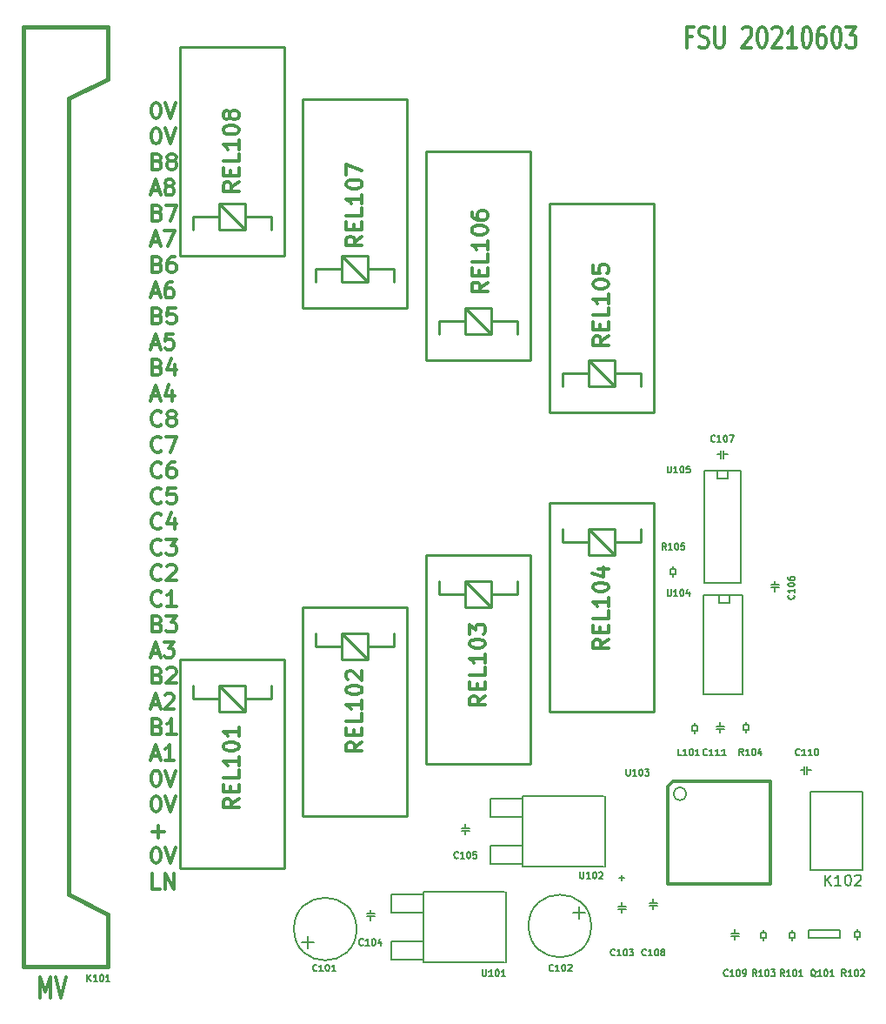
<source format=gto>
G04 #@! TF.GenerationSoftware,KiCad,Pcbnew,(5.1.5)-3*
G04 #@! TF.CreationDate,2021-08-30T19:36:05+02:00*
G04 #@! TF.ProjectId,fsu,6673752e-6b69-4636-9164-5f7063625858,0431 -*
G04 #@! TF.SameCoordinates,Original*
G04 #@! TF.FileFunction,Legend,Top*
G04 #@! TF.FilePolarity,Positive*
%FSLAX46Y46*%
G04 Gerber Fmt 4.6, Leading zero omitted, Abs format (unit mm)*
G04 Created by KiCad (PCBNEW (5.1.5)-3) date 2021-08-30 19:36:05*
%MOMM*%
%LPD*%
G04 APERTURE LIST*
%ADD10C,0.304800*%
%ADD11C,0.381000*%
%ADD12C,0.127000*%
%ADD13C,0.203200*%
%ADD14C,0.254000*%
%ADD15C,0.152400*%
G04 APERTURE END LIST*
D10*
X79549362Y-63265988D02*
X79694505Y-63265988D01*
X79839648Y-63338560D01*
X79912220Y-63411131D01*
X79984791Y-63556274D01*
X80057362Y-63846560D01*
X80057362Y-64209417D01*
X79984791Y-64499702D01*
X79912220Y-64644845D01*
X79839648Y-64717417D01*
X79694505Y-64789988D01*
X79549362Y-64789988D01*
X79404220Y-64717417D01*
X79331648Y-64644845D01*
X79259077Y-64499702D01*
X79186505Y-64209417D01*
X79186505Y-63846560D01*
X79259077Y-63556274D01*
X79331648Y-63411131D01*
X79404220Y-63338560D01*
X79549362Y-63265988D01*
X80492791Y-63265988D02*
X81000791Y-64789988D01*
X81508791Y-63265988D01*
X79549362Y-65765988D02*
X79694505Y-65765988D01*
X79839648Y-65838560D01*
X79912220Y-65911131D01*
X79984791Y-66056274D01*
X80057362Y-66346560D01*
X80057362Y-66709417D01*
X79984791Y-66999702D01*
X79912220Y-67144845D01*
X79839648Y-67217417D01*
X79694505Y-67289988D01*
X79549362Y-67289988D01*
X79404220Y-67217417D01*
X79331648Y-67144845D01*
X79259077Y-66999702D01*
X79186505Y-66709417D01*
X79186505Y-66346560D01*
X79259077Y-66056274D01*
X79331648Y-65911131D01*
X79404220Y-65838560D01*
X79549362Y-65765988D01*
X80492791Y-65765988D02*
X81000791Y-67289988D01*
X81508791Y-65765988D01*
X79767077Y-68991702D02*
X79984791Y-69064274D01*
X80057362Y-69136845D01*
X80129934Y-69281988D01*
X80129934Y-69499702D01*
X80057362Y-69644845D01*
X79984791Y-69717417D01*
X79839648Y-69789988D01*
X79259077Y-69789988D01*
X79259077Y-68265988D01*
X79767077Y-68265988D01*
X79912220Y-68338560D01*
X79984791Y-68411131D01*
X80057362Y-68556274D01*
X80057362Y-68701417D01*
X79984791Y-68846560D01*
X79912220Y-68919131D01*
X79767077Y-68991702D01*
X79259077Y-68991702D01*
X81000791Y-68919131D02*
X80855648Y-68846560D01*
X80783077Y-68773988D01*
X80710505Y-68628845D01*
X80710505Y-68556274D01*
X80783077Y-68411131D01*
X80855648Y-68338560D01*
X81000791Y-68265988D01*
X81291077Y-68265988D01*
X81436220Y-68338560D01*
X81508791Y-68411131D01*
X81581362Y-68556274D01*
X81581362Y-68628845D01*
X81508791Y-68773988D01*
X81436220Y-68846560D01*
X81291077Y-68919131D01*
X81000791Y-68919131D01*
X80855648Y-68991702D01*
X80783077Y-69064274D01*
X80710505Y-69209417D01*
X80710505Y-69499702D01*
X80783077Y-69644845D01*
X80855648Y-69717417D01*
X81000791Y-69789988D01*
X81291077Y-69789988D01*
X81436220Y-69717417D01*
X81508791Y-69644845D01*
X81581362Y-69499702D01*
X81581362Y-69209417D01*
X81508791Y-69064274D01*
X81436220Y-68991702D01*
X81291077Y-68919131D01*
X79186505Y-71854560D02*
X79912220Y-71854560D01*
X79041362Y-72289988D02*
X79549362Y-70765988D01*
X80057362Y-72289988D01*
X80783077Y-71419131D02*
X80637934Y-71346560D01*
X80565362Y-71273988D01*
X80492791Y-71128845D01*
X80492791Y-71056274D01*
X80565362Y-70911131D01*
X80637934Y-70838560D01*
X80783077Y-70765988D01*
X81073362Y-70765988D01*
X81218505Y-70838560D01*
X81291077Y-70911131D01*
X81363648Y-71056274D01*
X81363648Y-71128845D01*
X81291077Y-71273988D01*
X81218505Y-71346560D01*
X81073362Y-71419131D01*
X80783077Y-71419131D01*
X80637934Y-71491702D01*
X80565362Y-71564274D01*
X80492791Y-71709417D01*
X80492791Y-71999702D01*
X80565362Y-72144845D01*
X80637934Y-72217417D01*
X80783077Y-72289988D01*
X81073362Y-72289988D01*
X81218505Y-72217417D01*
X81291077Y-72144845D01*
X81363648Y-71999702D01*
X81363648Y-71709417D01*
X81291077Y-71564274D01*
X81218505Y-71491702D01*
X81073362Y-71419131D01*
X79767077Y-73991702D02*
X79984791Y-74064274D01*
X80057362Y-74136845D01*
X80129934Y-74281988D01*
X80129934Y-74499702D01*
X80057362Y-74644845D01*
X79984791Y-74717417D01*
X79839648Y-74789988D01*
X79259077Y-74789988D01*
X79259077Y-73265988D01*
X79767077Y-73265988D01*
X79912220Y-73338560D01*
X79984791Y-73411131D01*
X80057362Y-73556274D01*
X80057362Y-73701417D01*
X79984791Y-73846560D01*
X79912220Y-73919131D01*
X79767077Y-73991702D01*
X79259077Y-73991702D01*
X80637934Y-73265988D02*
X81653934Y-73265988D01*
X81000791Y-74789988D01*
X79186505Y-76854560D02*
X79912220Y-76854560D01*
X79041362Y-77289988D02*
X79549362Y-75765988D01*
X80057362Y-77289988D01*
X80420220Y-75765988D02*
X81436220Y-75765988D01*
X80783077Y-77289988D01*
X79767077Y-78991702D02*
X79984791Y-79064274D01*
X80057362Y-79136845D01*
X80129934Y-79281988D01*
X80129934Y-79499702D01*
X80057362Y-79644845D01*
X79984791Y-79717417D01*
X79839648Y-79789988D01*
X79259077Y-79789988D01*
X79259077Y-78265988D01*
X79767077Y-78265988D01*
X79912220Y-78338560D01*
X79984791Y-78411131D01*
X80057362Y-78556274D01*
X80057362Y-78701417D01*
X79984791Y-78846560D01*
X79912220Y-78919131D01*
X79767077Y-78991702D01*
X79259077Y-78991702D01*
X81436220Y-78265988D02*
X81145934Y-78265988D01*
X81000791Y-78338560D01*
X80928220Y-78411131D01*
X80783077Y-78628845D01*
X80710505Y-78919131D01*
X80710505Y-79499702D01*
X80783077Y-79644845D01*
X80855648Y-79717417D01*
X81000791Y-79789988D01*
X81291077Y-79789988D01*
X81436220Y-79717417D01*
X81508791Y-79644845D01*
X81581362Y-79499702D01*
X81581362Y-79136845D01*
X81508791Y-78991702D01*
X81436220Y-78919131D01*
X81291077Y-78846560D01*
X81000791Y-78846560D01*
X80855648Y-78919131D01*
X80783077Y-78991702D01*
X80710505Y-79136845D01*
X79186505Y-81854560D02*
X79912220Y-81854560D01*
X79041362Y-82289988D02*
X79549362Y-80765988D01*
X80057362Y-82289988D01*
X81218505Y-80765988D02*
X80928220Y-80765988D01*
X80783077Y-80838560D01*
X80710505Y-80911131D01*
X80565362Y-81128845D01*
X80492791Y-81419131D01*
X80492791Y-81999702D01*
X80565362Y-82144845D01*
X80637934Y-82217417D01*
X80783077Y-82289988D01*
X81073362Y-82289988D01*
X81218505Y-82217417D01*
X81291077Y-82144845D01*
X81363648Y-81999702D01*
X81363648Y-81636845D01*
X81291077Y-81491702D01*
X81218505Y-81419131D01*
X81073362Y-81346560D01*
X80783077Y-81346560D01*
X80637934Y-81419131D01*
X80565362Y-81491702D01*
X80492791Y-81636845D01*
X79767077Y-83991702D02*
X79984791Y-84064274D01*
X80057362Y-84136845D01*
X80129934Y-84281988D01*
X80129934Y-84499702D01*
X80057362Y-84644845D01*
X79984791Y-84717417D01*
X79839648Y-84789988D01*
X79259077Y-84789988D01*
X79259077Y-83265988D01*
X79767077Y-83265988D01*
X79912220Y-83338560D01*
X79984791Y-83411131D01*
X80057362Y-83556274D01*
X80057362Y-83701417D01*
X79984791Y-83846560D01*
X79912220Y-83919131D01*
X79767077Y-83991702D01*
X79259077Y-83991702D01*
X81508791Y-83265988D02*
X80783077Y-83265988D01*
X80710505Y-83991702D01*
X80783077Y-83919131D01*
X80928220Y-83846560D01*
X81291077Y-83846560D01*
X81436220Y-83919131D01*
X81508791Y-83991702D01*
X81581362Y-84136845D01*
X81581362Y-84499702D01*
X81508791Y-84644845D01*
X81436220Y-84717417D01*
X81291077Y-84789988D01*
X80928220Y-84789988D01*
X80783077Y-84717417D01*
X80710505Y-84644845D01*
X79186505Y-86854560D02*
X79912220Y-86854560D01*
X79041362Y-87289988D02*
X79549362Y-85765988D01*
X80057362Y-87289988D01*
X81291077Y-85765988D02*
X80565362Y-85765988D01*
X80492791Y-86491702D01*
X80565362Y-86419131D01*
X80710505Y-86346560D01*
X81073362Y-86346560D01*
X81218505Y-86419131D01*
X81291077Y-86491702D01*
X81363648Y-86636845D01*
X81363648Y-86999702D01*
X81291077Y-87144845D01*
X81218505Y-87217417D01*
X81073362Y-87289988D01*
X80710505Y-87289988D01*
X80565362Y-87217417D01*
X80492791Y-87144845D01*
X79767077Y-88991702D02*
X79984791Y-89064274D01*
X80057362Y-89136845D01*
X80129934Y-89281988D01*
X80129934Y-89499702D01*
X80057362Y-89644845D01*
X79984791Y-89717417D01*
X79839648Y-89789988D01*
X79259077Y-89789988D01*
X79259077Y-88265988D01*
X79767077Y-88265988D01*
X79912220Y-88338560D01*
X79984791Y-88411131D01*
X80057362Y-88556274D01*
X80057362Y-88701417D01*
X79984791Y-88846560D01*
X79912220Y-88919131D01*
X79767077Y-88991702D01*
X79259077Y-88991702D01*
X81436220Y-88773988D02*
X81436220Y-89789988D01*
X81073362Y-88193417D02*
X80710505Y-89281988D01*
X81653934Y-89281988D01*
X79186505Y-91854560D02*
X79912220Y-91854560D01*
X79041362Y-92289988D02*
X79549362Y-90765988D01*
X80057362Y-92289988D01*
X81218505Y-91273988D02*
X81218505Y-92289988D01*
X80855648Y-90693417D02*
X80492791Y-91781988D01*
X81436220Y-91781988D01*
X80129934Y-94644845D02*
X80057362Y-94717417D01*
X79839648Y-94789988D01*
X79694505Y-94789988D01*
X79476791Y-94717417D01*
X79331648Y-94572274D01*
X79259077Y-94427131D01*
X79186505Y-94136845D01*
X79186505Y-93919131D01*
X79259077Y-93628845D01*
X79331648Y-93483702D01*
X79476791Y-93338560D01*
X79694505Y-93265988D01*
X79839648Y-93265988D01*
X80057362Y-93338560D01*
X80129934Y-93411131D01*
X81000791Y-93919131D02*
X80855648Y-93846560D01*
X80783077Y-93773988D01*
X80710505Y-93628845D01*
X80710505Y-93556274D01*
X80783077Y-93411131D01*
X80855648Y-93338560D01*
X81000791Y-93265988D01*
X81291077Y-93265988D01*
X81436220Y-93338560D01*
X81508791Y-93411131D01*
X81581362Y-93556274D01*
X81581362Y-93628845D01*
X81508791Y-93773988D01*
X81436220Y-93846560D01*
X81291077Y-93919131D01*
X81000791Y-93919131D01*
X80855648Y-93991702D01*
X80783077Y-94064274D01*
X80710505Y-94209417D01*
X80710505Y-94499702D01*
X80783077Y-94644845D01*
X80855648Y-94717417D01*
X81000791Y-94789988D01*
X81291077Y-94789988D01*
X81436220Y-94717417D01*
X81508791Y-94644845D01*
X81581362Y-94499702D01*
X81581362Y-94209417D01*
X81508791Y-94064274D01*
X81436220Y-93991702D01*
X81291077Y-93919131D01*
X80129934Y-97144845D02*
X80057362Y-97217417D01*
X79839648Y-97289988D01*
X79694505Y-97289988D01*
X79476791Y-97217417D01*
X79331648Y-97072274D01*
X79259077Y-96927131D01*
X79186505Y-96636845D01*
X79186505Y-96419131D01*
X79259077Y-96128845D01*
X79331648Y-95983702D01*
X79476791Y-95838560D01*
X79694505Y-95765988D01*
X79839648Y-95765988D01*
X80057362Y-95838560D01*
X80129934Y-95911131D01*
X80637934Y-95765988D02*
X81653934Y-95765988D01*
X81000791Y-97289988D01*
X80129934Y-99644845D02*
X80057362Y-99717417D01*
X79839648Y-99789988D01*
X79694505Y-99789988D01*
X79476791Y-99717417D01*
X79331648Y-99572274D01*
X79259077Y-99427131D01*
X79186505Y-99136845D01*
X79186505Y-98919131D01*
X79259077Y-98628845D01*
X79331648Y-98483702D01*
X79476791Y-98338560D01*
X79694505Y-98265988D01*
X79839648Y-98265988D01*
X80057362Y-98338560D01*
X80129934Y-98411131D01*
X81436220Y-98265988D02*
X81145934Y-98265988D01*
X81000791Y-98338560D01*
X80928220Y-98411131D01*
X80783077Y-98628845D01*
X80710505Y-98919131D01*
X80710505Y-99499702D01*
X80783077Y-99644845D01*
X80855648Y-99717417D01*
X81000791Y-99789988D01*
X81291077Y-99789988D01*
X81436220Y-99717417D01*
X81508791Y-99644845D01*
X81581362Y-99499702D01*
X81581362Y-99136845D01*
X81508791Y-98991702D01*
X81436220Y-98919131D01*
X81291077Y-98846560D01*
X81000791Y-98846560D01*
X80855648Y-98919131D01*
X80783077Y-98991702D01*
X80710505Y-99136845D01*
X80129934Y-102144845D02*
X80057362Y-102217417D01*
X79839648Y-102289988D01*
X79694505Y-102289988D01*
X79476791Y-102217417D01*
X79331648Y-102072274D01*
X79259077Y-101927131D01*
X79186505Y-101636845D01*
X79186505Y-101419131D01*
X79259077Y-101128845D01*
X79331648Y-100983702D01*
X79476791Y-100838560D01*
X79694505Y-100765988D01*
X79839648Y-100765988D01*
X80057362Y-100838560D01*
X80129934Y-100911131D01*
X81508791Y-100765988D02*
X80783077Y-100765988D01*
X80710505Y-101491702D01*
X80783077Y-101419131D01*
X80928220Y-101346560D01*
X81291077Y-101346560D01*
X81436220Y-101419131D01*
X81508791Y-101491702D01*
X81581362Y-101636845D01*
X81581362Y-101999702D01*
X81508791Y-102144845D01*
X81436220Y-102217417D01*
X81291077Y-102289988D01*
X80928220Y-102289988D01*
X80783077Y-102217417D01*
X80710505Y-102144845D01*
X80129934Y-104644845D02*
X80057362Y-104717417D01*
X79839648Y-104789988D01*
X79694505Y-104789988D01*
X79476791Y-104717417D01*
X79331648Y-104572274D01*
X79259077Y-104427131D01*
X79186505Y-104136845D01*
X79186505Y-103919131D01*
X79259077Y-103628845D01*
X79331648Y-103483702D01*
X79476791Y-103338560D01*
X79694505Y-103265988D01*
X79839648Y-103265988D01*
X80057362Y-103338560D01*
X80129934Y-103411131D01*
X81436220Y-103773988D02*
X81436220Y-104789988D01*
X81073362Y-103193417D02*
X80710505Y-104281988D01*
X81653934Y-104281988D01*
X80129934Y-107144845D02*
X80057362Y-107217417D01*
X79839648Y-107289988D01*
X79694505Y-107289988D01*
X79476791Y-107217417D01*
X79331648Y-107072274D01*
X79259077Y-106927131D01*
X79186505Y-106636845D01*
X79186505Y-106419131D01*
X79259077Y-106128845D01*
X79331648Y-105983702D01*
X79476791Y-105838560D01*
X79694505Y-105765988D01*
X79839648Y-105765988D01*
X80057362Y-105838560D01*
X80129934Y-105911131D01*
X80637934Y-105765988D02*
X81581362Y-105765988D01*
X81073362Y-106346560D01*
X81291077Y-106346560D01*
X81436220Y-106419131D01*
X81508791Y-106491702D01*
X81581362Y-106636845D01*
X81581362Y-106999702D01*
X81508791Y-107144845D01*
X81436220Y-107217417D01*
X81291077Y-107289988D01*
X80855648Y-107289988D01*
X80710505Y-107217417D01*
X80637934Y-107144845D01*
X80129934Y-109644845D02*
X80057362Y-109717417D01*
X79839648Y-109789988D01*
X79694505Y-109789988D01*
X79476791Y-109717417D01*
X79331648Y-109572274D01*
X79259077Y-109427131D01*
X79186505Y-109136845D01*
X79186505Y-108919131D01*
X79259077Y-108628845D01*
X79331648Y-108483702D01*
X79476791Y-108338560D01*
X79694505Y-108265988D01*
X79839648Y-108265988D01*
X80057362Y-108338560D01*
X80129934Y-108411131D01*
X80710505Y-108411131D02*
X80783077Y-108338560D01*
X80928220Y-108265988D01*
X81291077Y-108265988D01*
X81436220Y-108338560D01*
X81508791Y-108411131D01*
X81581362Y-108556274D01*
X81581362Y-108701417D01*
X81508791Y-108919131D01*
X80637934Y-109789988D01*
X81581362Y-109789988D01*
X80129934Y-112144845D02*
X80057362Y-112217417D01*
X79839648Y-112289988D01*
X79694505Y-112289988D01*
X79476791Y-112217417D01*
X79331648Y-112072274D01*
X79259077Y-111927131D01*
X79186505Y-111636845D01*
X79186505Y-111419131D01*
X79259077Y-111128845D01*
X79331648Y-110983702D01*
X79476791Y-110838560D01*
X79694505Y-110765988D01*
X79839648Y-110765988D01*
X80057362Y-110838560D01*
X80129934Y-110911131D01*
X81581362Y-112289988D02*
X80710505Y-112289988D01*
X81145934Y-112289988D02*
X81145934Y-110765988D01*
X81000791Y-110983702D01*
X80855648Y-111128845D01*
X80710505Y-111201417D01*
X79767077Y-113991702D02*
X79984791Y-114064274D01*
X80057362Y-114136845D01*
X80129934Y-114281988D01*
X80129934Y-114499702D01*
X80057362Y-114644845D01*
X79984791Y-114717417D01*
X79839648Y-114789988D01*
X79259077Y-114789988D01*
X79259077Y-113265988D01*
X79767077Y-113265988D01*
X79912220Y-113338560D01*
X79984791Y-113411131D01*
X80057362Y-113556274D01*
X80057362Y-113701417D01*
X79984791Y-113846560D01*
X79912220Y-113919131D01*
X79767077Y-113991702D01*
X79259077Y-113991702D01*
X80637934Y-113265988D02*
X81581362Y-113265988D01*
X81073362Y-113846560D01*
X81291077Y-113846560D01*
X81436220Y-113919131D01*
X81508791Y-113991702D01*
X81581362Y-114136845D01*
X81581362Y-114499702D01*
X81508791Y-114644845D01*
X81436220Y-114717417D01*
X81291077Y-114789988D01*
X80855648Y-114789988D01*
X80710505Y-114717417D01*
X80637934Y-114644845D01*
X79186505Y-116854560D02*
X79912220Y-116854560D01*
X79041362Y-117289988D02*
X79549362Y-115765988D01*
X80057362Y-117289988D01*
X80420220Y-115765988D02*
X81363648Y-115765988D01*
X80855648Y-116346560D01*
X81073362Y-116346560D01*
X81218505Y-116419131D01*
X81291077Y-116491702D01*
X81363648Y-116636845D01*
X81363648Y-116999702D01*
X81291077Y-117144845D01*
X81218505Y-117217417D01*
X81073362Y-117289988D01*
X80637934Y-117289988D01*
X80492791Y-117217417D01*
X80420220Y-117144845D01*
X79767077Y-118991702D02*
X79984791Y-119064274D01*
X80057362Y-119136845D01*
X80129934Y-119281988D01*
X80129934Y-119499702D01*
X80057362Y-119644845D01*
X79984791Y-119717417D01*
X79839648Y-119789988D01*
X79259077Y-119789988D01*
X79259077Y-118265988D01*
X79767077Y-118265988D01*
X79912220Y-118338560D01*
X79984791Y-118411131D01*
X80057362Y-118556274D01*
X80057362Y-118701417D01*
X79984791Y-118846560D01*
X79912220Y-118919131D01*
X79767077Y-118991702D01*
X79259077Y-118991702D01*
X80710505Y-118411131D02*
X80783077Y-118338560D01*
X80928220Y-118265988D01*
X81291077Y-118265988D01*
X81436220Y-118338560D01*
X81508791Y-118411131D01*
X81581362Y-118556274D01*
X81581362Y-118701417D01*
X81508791Y-118919131D01*
X80637934Y-119789988D01*
X81581362Y-119789988D01*
X79186505Y-121854560D02*
X79912220Y-121854560D01*
X79041362Y-122289988D02*
X79549362Y-120765988D01*
X80057362Y-122289988D01*
X80492791Y-120911131D02*
X80565362Y-120838560D01*
X80710505Y-120765988D01*
X81073362Y-120765988D01*
X81218505Y-120838560D01*
X81291077Y-120911131D01*
X81363648Y-121056274D01*
X81363648Y-121201417D01*
X81291077Y-121419131D01*
X80420220Y-122289988D01*
X81363648Y-122289988D01*
X79767077Y-123991702D02*
X79984791Y-124064274D01*
X80057362Y-124136845D01*
X80129934Y-124281988D01*
X80129934Y-124499702D01*
X80057362Y-124644845D01*
X79984791Y-124717417D01*
X79839648Y-124789988D01*
X79259077Y-124789988D01*
X79259077Y-123265988D01*
X79767077Y-123265988D01*
X79912220Y-123338560D01*
X79984791Y-123411131D01*
X80057362Y-123556274D01*
X80057362Y-123701417D01*
X79984791Y-123846560D01*
X79912220Y-123919131D01*
X79767077Y-123991702D01*
X79259077Y-123991702D01*
X81581362Y-124789988D02*
X80710505Y-124789988D01*
X81145934Y-124789988D02*
X81145934Y-123265988D01*
X81000791Y-123483702D01*
X80855648Y-123628845D01*
X80710505Y-123701417D01*
X79186505Y-126854560D02*
X79912220Y-126854560D01*
X79041362Y-127289988D02*
X79549362Y-125765988D01*
X80057362Y-127289988D01*
X81363648Y-127289988D02*
X80492791Y-127289988D01*
X80928220Y-127289988D02*
X80928220Y-125765988D01*
X80783077Y-125983702D01*
X80637934Y-126128845D01*
X80492791Y-126201417D01*
X79549362Y-128265988D02*
X79694505Y-128265988D01*
X79839648Y-128338560D01*
X79912220Y-128411131D01*
X79984791Y-128556274D01*
X80057362Y-128846560D01*
X80057362Y-129209417D01*
X79984791Y-129499702D01*
X79912220Y-129644845D01*
X79839648Y-129717417D01*
X79694505Y-129789988D01*
X79549362Y-129789988D01*
X79404220Y-129717417D01*
X79331648Y-129644845D01*
X79259077Y-129499702D01*
X79186505Y-129209417D01*
X79186505Y-128846560D01*
X79259077Y-128556274D01*
X79331648Y-128411131D01*
X79404220Y-128338560D01*
X79549362Y-128265988D01*
X80492791Y-128265988D02*
X81000791Y-129789988D01*
X81508791Y-128265988D01*
X79549362Y-130765988D02*
X79694505Y-130765988D01*
X79839648Y-130838560D01*
X79912220Y-130911131D01*
X79984791Y-131056274D01*
X80057362Y-131346560D01*
X80057362Y-131709417D01*
X79984791Y-131999702D01*
X79912220Y-132144845D01*
X79839648Y-132217417D01*
X79694505Y-132289988D01*
X79549362Y-132289988D01*
X79404220Y-132217417D01*
X79331648Y-132144845D01*
X79259077Y-131999702D01*
X79186505Y-131709417D01*
X79186505Y-131346560D01*
X79259077Y-131056274D01*
X79331648Y-130911131D01*
X79404220Y-130838560D01*
X79549362Y-130765988D01*
X80492791Y-130765988D02*
X81000791Y-132289988D01*
X81508791Y-130765988D01*
X79259077Y-134209417D02*
X80420220Y-134209417D01*
X79839648Y-134789988D02*
X79839648Y-133628845D01*
X79549362Y-135765988D02*
X79694505Y-135765988D01*
X79839648Y-135838560D01*
X79912220Y-135911131D01*
X79984791Y-136056274D01*
X80057362Y-136346560D01*
X80057362Y-136709417D01*
X79984791Y-136999702D01*
X79912220Y-137144845D01*
X79839648Y-137217417D01*
X79694505Y-137289988D01*
X79549362Y-137289988D01*
X79404220Y-137217417D01*
X79331648Y-137144845D01*
X79259077Y-136999702D01*
X79186505Y-136709417D01*
X79186505Y-136346560D01*
X79259077Y-136056274D01*
X79331648Y-135911131D01*
X79404220Y-135838560D01*
X79549362Y-135765988D01*
X80492791Y-135765988D02*
X81000791Y-137289988D01*
X81508791Y-135765988D01*
X79984791Y-139789988D02*
X79259077Y-139789988D01*
X79259077Y-138265988D01*
X80492791Y-139789988D02*
X80492791Y-138265988D01*
X81363648Y-139789988D01*
X81363648Y-138265988D01*
X68338857Y-150419238D02*
X68338857Y-148387238D01*
X68846857Y-149838666D01*
X69354857Y-148387238D01*
X69354857Y-150419238D01*
X69862857Y-148387238D02*
X70370857Y-150419238D01*
X70878857Y-148387238D01*
X131807428Y-56854857D02*
X131299428Y-56854857D01*
X131299428Y-57919238D02*
X131299428Y-55887238D01*
X132025142Y-55887238D01*
X132533142Y-57822476D02*
X132750857Y-57919238D01*
X133113714Y-57919238D01*
X133258857Y-57822476D01*
X133331428Y-57725714D01*
X133404000Y-57532190D01*
X133404000Y-57338666D01*
X133331428Y-57145142D01*
X133258857Y-57048380D01*
X133113714Y-56951619D01*
X132823428Y-56854857D01*
X132678285Y-56758095D01*
X132605714Y-56661333D01*
X132533142Y-56467809D01*
X132533142Y-56274285D01*
X132605714Y-56080761D01*
X132678285Y-55984000D01*
X132823428Y-55887238D01*
X133186285Y-55887238D01*
X133404000Y-55984000D01*
X134057142Y-55887238D02*
X134057142Y-57532190D01*
X134129714Y-57725714D01*
X134202285Y-57822476D01*
X134347428Y-57919238D01*
X134637714Y-57919238D01*
X134782857Y-57822476D01*
X134855428Y-57725714D01*
X134928000Y-57532190D01*
X134928000Y-55887238D01*
X136742285Y-56080761D02*
X136814857Y-55984000D01*
X136960000Y-55887238D01*
X137322857Y-55887238D01*
X137468000Y-55984000D01*
X137540571Y-56080761D01*
X137613142Y-56274285D01*
X137613142Y-56467809D01*
X137540571Y-56758095D01*
X136669714Y-57919238D01*
X137613142Y-57919238D01*
X138556571Y-55887238D02*
X138701714Y-55887238D01*
X138846857Y-55984000D01*
X138919428Y-56080761D01*
X138992000Y-56274285D01*
X139064571Y-56661333D01*
X139064571Y-57145142D01*
X138992000Y-57532190D01*
X138919428Y-57725714D01*
X138846857Y-57822476D01*
X138701714Y-57919238D01*
X138556571Y-57919238D01*
X138411428Y-57822476D01*
X138338857Y-57725714D01*
X138266285Y-57532190D01*
X138193714Y-57145142D01*
X138193714Y-56661333D01*
X138266285Y-56274285D01*
X138338857Y-56080761D01*
X138411428Y-55984000D01*
X138556571Y-55887238D01*
X139645142Y-56080761D02*
X139717714Y-55984000D01*
X139862857Y-55887238D01*
X140225714Y-55887238D01*
X140370857Y-55984000D01*
X140443428Y-56080761D01*
X140516000Y-56274285D01*
X140516000Y-56467809D01*
X140443428Y-56758095D01*
X139572571Y-57919238D01*
X140516000Y-57919238D01*
X141967428Y-57919238D02*
X141096571Y-57919238D01*
X141532000Y-57919238D02*
X141532000Y-55887238D01*
X141386857Y-56177523D01*
X141241714Y-56371047D01*
X141096571Y-56467809D01*
X142910857Y-55887238D02*
X143056000Y-55887238D01*
X143201142Y-55984000D01*
X143273714Y-56080761D01*
X143346285Y-56274285D01*
X143418857Y-56661333D01*
X143418857Y-57145142D01*
X143346285Y-57532190D01*
X143273714Y-57725714D01*
X143201142Y-57822476D01*
X143056000Y-57919238D01*
X142910857Y-57919238D01*
X142765714Y-57822476D01*
X142693142Y-57725714D01*
X142620571Y-57532190D01*
X142548000Y-57145142D01*
X142548000Y-56661333D01*
X142620571Y-56274285D01*
X142693142Y-56080761D01*
X142765714Y-55984000D01*
X142910857Y-55887238D01*
X144725142Y-55887238D02*
X144434857Y-55887238D01*
X144289714Y-55984000D01*
X144217142Y-56080761D01*
X144072000Y-56371047D01*
X143999428Y-56758095D01*
X143999428Y-57532190D01*
X144072000Y-57725714D01*
X144144571Y-57822476D01*
X144289714Y-57919238D01*
X144580000Y-57919238D01*
X144725142Y-57822476D01*
X144797714Y-57725714D01*
X144870285Y-57532190D01*
X144870285Y-57048380D01*
X144797714Y-56854857D01*
X144725142Y-56758095D01*
X144580000Y-56661333D01*
X144289714Y-56661333D01*
X144144571Y-56758095D01*
X144072000Y-56854857D01*
X143999428Y-57048380D01*
X145813714Y-55887238D02*
X145958857Y-55887238D01*
X146104000Y-55984000D01*
X146176571Y-56080761D01*
X146249142Y-56274285D01*
X146321714Y-56661333D01*
X146321714Y-57145142D01*
X146249142Y-57532190D01*
X146176571Y-57725714D01*
X146104000Y-57822476D01*
X145958857Y-57919238D01*
X145813714Y-57919238D01*
X145668571Y-57822476D01*
X145596000Y-57725714D01*
X145523428Y-57532190D01*
X145450857Y-57145142D01*
X145450857Y-56661333D01*
X145523428Y-56274285D01*
X145596000Y-56080761D01*
X145668571Y-55984000D01*
X145813714Y-55887238D01*
X146829714Y-55887238D02*
X147773142Y-55887238D01*
X147265142Y-56661333D01*
X147482857Y-56661333D01*
X147628000Y-56758095D01*
X147700571Y-56854857D01*
X147773142Y-57048380D01*
X147773142Y-57532190D01*
X147700571Y-57725714D01*
X147628000Y-57822476D01*
X147482857Y-57919238D01*
X147047428Y-57919238D01*
X146902285Y-57822476D01*
X146829714Y-57725714D01*
D11*
X74930000Y-55880000D02*
X66675000Y-55880000D01*
X74930000Y-60960000D02*
X74930000Y-55880000D01*
X71120000Y-62865000D02*
X74930000Y-60960000D01*
X71120000Y-140335000D02*
X71120000Y-62865000D01*
X74930000Y-142240000D02*
X71120000Y-140335000D01*
X74930000Y-147320000D02*
X74930000Y-142240000D01*
X66675000Y-147320000D02*
X74930000Y-147320000D01*
X66675000Y-55880000D02*
X66675000Y-147320000D01*
D12*
X125000000Y-138936000D02*
X125000000Y-138428000D01*
X124746000Y-138682000D02*
X125254000Y-138682000D01*
X125000000Y-141476000D02*
X125000000Y-141095000D01*
X124619000Y-141476000D02*
X125381000Y-141476000D01*
X125000000Y-142111000D02*
X125000000Y-141730000D01*
X125000000Y-141730000D02*
X124619000Y-141730000D01*
X124619000Y-141730000D02*
X125381000Y-141730000D01*
D13*
X121998000Y-143400000D02*
G75*
G03X121998000Y-143400000I-3048000J0D01*
G01*
D12*
X134623000Y-97119000D02*
X134623000Y-97881000D01*
X134623000Y-97500000D02*
X134623000Y-97119000D01*
X134242000Y-97500000D02*
X134623000Y-97500000D01*
X134877000Y-97119000D02*
X134877000Y-97881000D01*
X134877000Y-97500000D02*
X135258000Y-97500000D01*
D13*
X134442000Y-111986000D02*
X134442000Y-111224000D01*
X135458000Y-111986000D02*
X134442000Y-111986000D01*
X135458000Y-111224000D02*
X135458000Y-111986000D01*
X132918000Y-111224000D02*
X136728000Y-111224000D01*
X132918000Y-120876000D02*
X132918000Y-111224000D01*
X136728000Y-120876000D02*
X132918000Y-120876000D01*
X136728000Y-111224000D02*
X136728000Y-120876000D01*
D12*
X113548000Y-146929000D02*
X111770000Y-146929000D01*
X113675000Y-140071000D02*
X113675000Y-146929000D01*
X105674000Y-140071000D02*
X113548000Y-140071000D01*
X105674000Y-146929000D02*
X105674000Y-140071000D01*
X111770000Y-146929000D02*
X105674000Y-146929000D01*
X102499000Y-142103000D02*
X105674000Y-142103000D01*
X102499000Y-140325000D02*
X102499000Y-142103000D01*
X105674000Y-140325000D02*
X102499000Y-140325000D01*
X102499000Y-146675000D02*
X105674000Y-146675000D01*
X102499000Y-144897000D02*
X102499000Y-146675000D01*
X105674000Y-144897000D02*
X102499000Y-144897000D01*
D14*
X128080000Y-102200000D02*
X117920000Y-102200000D01*
X117920000Y-102200000D02*
X117920000Y-122520000D01*
X117920000Y-122520000D02*
X128080000Y-122520000D01*
X128080000Y-122520000D02*
X128080000Y-102200000D01*
X121730000Y-104740000D02*
X124270000Y-107280000D01*
X121730000Y-106010000D02*
X119190000Y-106010000D01*
X119190000Y-106010000D02*
X119190000Y-104740000D01*
X126810000Y-104740000D02*
X126810000Y-106010000D01*
X126810000Y-106010000D02*
X125540000Y-106010000D01*
X125540000Y-106010000D02*
X124270000Y-106010000D01*
X124270000Y-106010000D02*
X124270000Y-104740000D01*
X124270000Y-104740000D02*
X121730000Y-104740000D01*
X121730000Y-104740000D02*
X121730000Y-107280000D01*
X121730000Y-107280000D02*
X124270000Y-107280000D01*
X124270000Y-107280000D02*
X124270000Y-106010000D01*
D13*
X136578000Y-99089000D02*
X136578000Y-110011000D01*
X136578000Y-110011000D02*
X133022000Y-110011000D01*
X133022000Y-110011000D02*
X133022000Y-99089000D01*
X133022000Y-99089000D02*
X136578000Y-99089000D01*
X135308000Y-99089000D02*
X135308000Y-99851000D01*
X135308000Y-99851000D02*
X134292000Y-99851000D01*
X134292000Y-99851000D02*
X134292000Y-99089000D01*
D14*
X121730000Y-88320000D02*
X121730000Y-89590000D01*
X124270000Y-88320000D02*
X121730000Y-88320000D01*
X124270000Y-90860000D02*
X124270000Y-88320000D01*
X121730000Y-90860000D02*
X124270000Y-90860000D01*
X121730000Y-89590000D02*
X121730000Y-90860000D01*
X120460000Y-89590000D02*
X121730000Y-89590000D01*
X119190000Y-89590000D02*
X120460000Y-89590000D01*
X119190000Y-90860000D02*
X119190000Y-89590000D01*
X126810000Y-89590000D02*
X126810000Y-90860000D01*
X124270000Y-89590000D02*
X126810000Y-89590000D01*
X124270000Y-90860000D02*
X121730000Y-88320000D01*
X117920000Y-73080000D02*
X117920000Y-93400000D01*
X128080000Y-73080000D02*
X117920000Y-73080000D01*
X128080000Y-93400000D02*
X128080000Y-73080000D01*
X117920000Y-93400000D02*
X128080000Y-93400000D01*
X92080000Y-117440000D02*
X81920000Y-117440000D01*
X81920000Y-117440000D02*
X81920000Y-137760000D01*
X81920000Y-137760000D02*
X92080000Y-137760000D01*
X92080000Y-137760000D02*
X92080000Y-117440000D01*
X85730000Y-119980000D02*
X88270000Y-122520000D01*
X85730000Y-121250000D02*
X83190000Y-121250000D01*
X83190000Y-121250000D02*
X83190000Y-119980000D01*
X90810000Y-119980000D02*
X90810000Y-121250000D01*
X90810000Y-121250000D02*
X89540000Y-121250000D01*
X89540000Y-121250000D02*
X88270000Y-121250000D01*
X88270000Y-121250000D02*
X88270000Y-119980000D01*
X88270000Y-119980000D02*
X85730000Y-119980000D01*
X85730000Y-119980000D02*
X85730000Y-122520000D01*
X85730000Y-122520000D02*
X88270000Y-122520000D01*
X88270000Y-122520000D02*
X88270000Y-121250000D01*
D12*
X109750000Y-133870500D02*
X109750000Y-133489500D01*
X109369000Y-133870500D02*
X110131000Y-133870500D01*
X109750000Y-134505500D02*
X109750000Y-134124500D01*
X109750000Y-134124500D02*
X109369000Y-134124500D01*
X109369000Y-134124500D02*
X110131000Y-134124500D01*
X139900000Y-110225500D02*
X139900000Y-109844500D01*
X139519000Y-110225500D02*
X140281000Y-110225500D01*
X139900000Y-110860500D02*
X139900000Y-110479500D01*
X139900000Y-110479500D02*
X139519000Y-110479500D01*
X139519000Y-110479500D02*
X140281000Y-110479500D01*
X100500000Y-142225500D02*
X100500000Y-141844500D01*
X100119000Y-142225500D02*
X100881000Y-142225500D01*
X100500000Y-142860500D02*
X100500000Y-142479500D01*
X100500000Y-142479500D02*
X100119000Y-142479500D01*
X100119000Y-142479500D02*
X100881000Y-142479500D01*
D13*
X99148000Y-143700000D02*
G75*
G03X99148000Y-143700000I-3048000J0D01*
G01*
D12*
X142770500Y-127869000D02*
X142770500Y-128631000D01*
X142770500Y-128250000D02*
X142770500Y-127869000D01*
X142389500Y-128250000D02*
X142770500Y-128250000D01*
X143024500Y-127869000D02*
X143024500Y-128631000D01*
X143024500Y-128250000D02*
X143405500Y-128250000D01*
X128431000Y-141170500D02*
X127669000Y-141170500D01*
X128050000Y-141170500D02*
X128431000Y-141170500D01*
X128050000Y-140789500D02*
X128050000Y-141170500D01*
X128431000Y-141424500D02*
X127669000Y-141424500D01*
X128050000Y-141424500D02*
X128050000Y-141805500D01*
X136000000Y-144379500D02*
X136000000Y-144760500D01*
X136381000Y-144379500D02*
X135619000Y-144379500D01*
X136000000Y-143744500D02*
X136000000Y-144125500D01*
X136000000Y-144125500D02*
X136381000Y-144125500D01*
X136381000Y-144125500D02*
X135619000Y-144125500D01*
X134169000Y-124229500D02*
X134931000Y-124229500D01*
X134550000Y-124229500D02*
X134169000Y-124229500D01*
X134550000Y-124610500D02*
X134550000Y-124229500D01*
X134169000Y-123975500D02*
X134931000Y-123975500D01*
X134550000Y-123975500D02*
X134550000Y-123594500D01*
D13*
X148390000Y-130340000D02*
X148390000Y-137960000D01*
X143310000Y-137960000D02*
X143310000Y-130340000D01*
X143310000Y-130340000D02*
X148390000Y-130340000D01*
X148390000Y-137960000D02*
X143310000Y-137960000D01*
D12*
X132100000Y-124406500D02*
X132100000Y-124660500D01*
X132100000Y-123644500D02*
X132100000Y-123898500D01*
X132354000Y-123898500D02*
X131973000Y-123898500D01*
X131973000Y-123898500D02*
X131846000Y-123898500D01*
X131846000Y-123898500D02*
X131846000Y-124406500D01*
X131846000Y-124406500D02*
X132354000Y-124406500D01*
X132354000Y-124406500D02*
X132354000Y-123898500D01*
X143176000Y-143803000D02*
X146224000Y-143803000D01*
X146224000Y-143803000D02*
X146224000Y-144565000D01*
X146224000Y-144565000D02*
X143176000Y-144565000D01*
X143176000Y-144565000D02*
X143176000Y-143803000D01*
X129950000Y-109156500D02*
X129950000Y-109410500D01*
X129950000Y-108394500D02*
X129950000Y-108648500D01*
X130204000Y-108648500D02*
X129823000Y-108648500D01*
X129823000Y-108648500D02*
X129696000Y-108648500D01*
X129696000Y-108648500D02*
X129696000Y-109156500D01*
X129696000Y-109156500D02*
X130204000Y-109156500D01*
X130204000Y-109156500D02*
X130204000Y-108648500D01*
X141550000Y-144048500D02*
X141550000Y-143794500D01*
X141550000Y-144810500D02*
X141550000Y-144556500D01*
X141296000Y-144556500D02*
X141677000Y-144556500D01*
X141677000Y-144556500D02*
X141804000Y-144556500D01*
X141804000Y-144556500D02*
X141804000Y-144048500D01*
X141804000Y-144048500D02*
X141296000Y-144048500D01*
X141296000Y-144048500D02*
X141296000Y-144556500D01*
X147646000Y-143993500D02*
X147646000Y-144501500D01*
X148154000Y-143993500D02*
X147646000Y-143993500D01*
X148154000Y-144501500D02*
X148154000Y-143993500D01*
X148027000Y-144501500D02*
X148154000Y-144501500D01*
X147646000Y-144501500D02*
X148027000Y-144501500D01*
X147900000Y-144755500D02*
X147900000Y-144501500D01*
X147900000Y-143993500D02*
X147900000Y-143739500D01*
X139054000Y-144601500D02*
X139054000Y-144093500D01*
X138546000Y-144601500D02*
X139054000Y-144601500D01*
X138546000Y-144093500D02*
X138546000Y-144601500D01*
X138673000Y-144093500D02*
X138546000Y-144093500D01*
X139054000Y-144093500D02*
X138673000Y-144093500D01*
X138800000Y-143839500D02*
X138800000Y-144093500D01*
X138800000Y-144601500D02*
X138800000Y-144855500D01*
X137304000Y-124351500D02*
X137304000Y-123843500D01*
X136796000Y-124351500D02*
X137304000Y-124351500D01*
X136796000Y-123843500D02*
X136796000Y-124351500D01*
X136923000Y-123843500D02*
X136796000Y-123843500D01*
X137304000Y-123843500D02*
X136923000Y-123843500D01*
X137050000Y-123589500D02*
X137050000Y-123843500D01*
X137050000Y-124351500D02*
X137050000Y-124605500D01*
D14*
X104080000Y-112360000D02*
X93920000Y-112360000D01*
X93920000Y-112360000D02*
X93920000Y-132680000D01*
X93920000Y-132680000D02*
X104080000Y-132680000D01*
X104080000Y-132680000D02*
X104080000Y-112360000D01*
X97730000Y-114900000D02*
X100270000Y-117440000D01*
X97730000Y-116170000D02*
X95190000Y-116170000D01*
X95190000Y-116170000D02*
X95190000Y-114900000D01*
X102810000Y-114900000D02*
X102810000Y-116170000D01*
X102810000Y-116170000D02*
X101540000Y-116170000D01*
X101540000Y-116170000D02*
X100270000Y-116170000D01*
X100270000Y-116170000D02*
X100270000Y-114900000D01*
X100270000Y-114900000D02*
X97730000Y-114900000D01*
X97730000Y-114900000D02*
X97730000Y-117440000D01*
X97730000Y-117440000D02*
X100270000Y-117440000D01*
X100270000Y-117440000D02*
X100270000Y-116170000D01*
X112270000Y-112360000D02*
X112270000Y-111090000D01*
X109730000Y-112360000D02*
X112270000Y-112360000D01*
X109730000Y-109820000D02*
X109730000Y-112360000D01*
X112270000Y-109820000D02*
X109730000Y-109820000D01*
X112270000Y-111090000D02*
X112270000Y-109820000D01*
X113540000Y-111090000D02*
X112270000Y-111090000D01*
X114810000Y-111090000D02*
X113540000Y-111090000D01*
X114810000Y-109820000D02*
X114810000Y-111090000D01*
X107190000Y-111090000D02*
X107190000Y-109820000D01*
X109730000Y-111090000D02*
X107190000Y-111090000D01*
X109730000Y-109820000D02*
X112270000Y-112360000D01*
X116080000Y-127600000D02*
X116080000Y-107280000D01*
X105920000Y-127600000D02*
X116080000Y-127600000D01*
X105920000Y-107280000D02*
X105920000Y-127600000D01*
X116080000Y-107280000D02*
X105920000Y-107280000D01*
X105920000Y-88320000D02*
X116080000Y-88320000D01*
X116080000Y-88320000D02*
X116080000Y-68000000D01*
X116080000Y-68000000D02*
X105920000Y-68000000D01*
X105920000Y-68000000D02*
X105920000Y-88320000D01*
X112270000Y-85780000D02*
X109730000Y-83240000D01*
X112270000Y-84510000D02*
X114810000Y-84510000D01*
X114810000Y-84510000D02*
X114810000Y-85780000D01*
X107190000Y-85780000D02*
X107190000Y-84510000D01*
X107190000Y-84510000D02*
X108460000Y-84510000D01*
X108460000Y-84510000D02*
X109730000Y-84510000D01*
X109730000Y-84510000D02*
X109730000Y-85780000D01*
X109730000Y-85780000D02*
X112270000Y-85780000D01*
X112270000Y-85780000D02*
X112270000Y-83240000D01*
X112270000Y-83240000D02*
X109730000Y-83240000D01*
X109730000Y-83240000D02*
X109730000Y-84510000D01*
X93920000Y-83240000D02*
X104080000Y-83240000D01*
X104080000Y-83240000D02*
X104080000Y-62920000D01*
X104080000Y-62920000D02*
X93920000Y-62920000D01*
X93920000Y-62920000D02*
X93920000Y-83240000D01*
X100270000Y-80700000D02*
X97730000Y-78160000D01*
X100270000Y-79430000D02*
X102810000Y-79430000D01*
X102810000Y-79430000D02*
X102810000Y-80700000D01*
X95190000Y-80700000D02*
X95190000Y-79430000D01*
X95190000Y-79430000D02*
X96460000Y-79430000D01*
X96460000Y-79430000D02*
X97730000Y-79430000D01*
X97730000Y-79430000D02*
X97730000Y-80700000D01*
X97730000Y-80700000D02*
X100270000Y-80700000D01*
X100270000Y-80700000D02*
X100270000Y-78160000D01*
X100270000Y-78160000D02*
X97730000Y-78160000D01*
X97730000Y-78160000D02*
X97730000Y-79430000D01*
X85730000Y-73080000D02*
X85730000Y-74350000D01*
X88270000Y-73080000D02*
X85730000Y-73080000D01*
X88270000Y-75620000D02*
X88270000Y-73080000D01*
X85730000Y-75620000D02*
X88270000Y-75620000D01*
X85730000Y-74350000D02*
X85730000Y-75620000D01*
X84460000Y-74350000D02*
X85730000Y-74350000D01*
X83190000Y-74350000D02*
X84460000Y-74350000D01*
X83190000Y-75620000D02*
X83190000Y-74350000D01*
X90810000Y-74350000D02*
X90810000Y-75620000D01*
X88270000Y-74350000D02*
X90810000Y-74350000D01*
X88270000Y-75620000D02*
X85730000Y-73080000D01*
X81920000Y-57840000D02*
X81920000Y-78160000D01*
X92080000Y-57840000D02*
X81920000Y-57840000D01*
X92080000Y-78160000D02*
X92080000Y-57840000D01*
X81920000Y-78160000D02*
X92080000Y-78160000D01*
D12*
X115324000Y-135597000D02*
X112149000Y-135597000D01*
X112149000Y-135597000D02*
X112149000Y-137375000D01*
X112149000Y-137375000D02*
X115324000Y-137375000D01*
X115324000Y-131025000D02*
X112149000Y-131025000D01*
X112149000Y-131025000D02*
X112149000Y-132803000D01*
X112149000Y-132803000D02*
X115324000Y-132803000D01*
X121420000Y-137629000D02*
X115324000Y-137629000D01*
X115324000Y-137629000D02*
X115324000Y-130771000D01*
X115324000Y-130771000D02*
X123198000Y-130771000D01*
X123325000Y-130771000D02*
X123325000Y-137629000D01*
X123198000Y-137629000D02*
X121420000Y-137629000D01*
D13*
X131275000Y-130540000D02*
G75*
G03X131275000Y-130540000I-635000J0D01*
G01*
D10*
X129446200Y-129828800D02*
X129928800Y-129346200D01*
X129928800Y-129346200D02*
X139453800Y-129346200D01*
X129446200Y-129828800D02*
X129446200Y-139353800D01*
X139453800Y-139353800D02*
X129446200Y-139353800D01*
X139453800Y-129346200D02*
X139453800Y-139353800D01*
D12*
X72926547Y-148787261D02*
X72926547Y-148152261D01*
X73289404Y-148787261D02*
X73017261Y-148424404D01*
X73289404Y-148152261D02*
X72926547Y-148515119D01*
X73894166Y-148787261D02*
X73531309Y-148787261D01*
X73712738Y-148787261D02*
X73712738Y-148152261D01*
X73652261Y-148242976D01*
X73591785Y-148303452D01*
X73531309Y-148333690D01*
X74287261Y-148152261D02*
X74347738Y-148152261D01*
X74408214Y-148182500D01*
X74438452Y-148212738D01*
X74468690Y-148273214D01*
X74498928Y-148394166D01*
X74498928Y-148545357D01*
X74468690Y-148666309D01*
X74438452Y-148726785D01*
X74408214Y-148757023D01*
X74347738Y-148787261D01*
X74287261Y-148787261D01*
X74226785Y-148757023D01*
X74196547Y-148726785D01*
X74166309Y-148666309D01*
X74136071Y-148545357D01*
X74136071Y-148394166D01*
X74166309Y-148273214D01*
X74196547Y-148212738D01*
X74226785Y-148182500D01*
X74287261Y-148152261D01*
X75103690Y-148787261D02*
X74740833Y-148787261D01*
X74922261Y-148787261D02*
X74922261Y-148152261D01*
X74861785Y-148242976D01*
X74801309Y-148303452D01*
X74740833Y-148333690D01*
X124289404Y-146226785D02*
X124259166Y-146257023D01*
X124168452Y-146287261D01*
X124107976Y-146287261D01*
X124017261Y-146257023D01*
X123956785Y-146196547D01*
X123926547Y-146136071D01*
X123896309Y-146015119D01*
X123896309Y-145924404D01*
X123926547Y-145803452D01*
X123956785Y-145742976D01*
X124017261Y-145682500D01*
X124107976Y-145652261D01*
X124168452Y-145652261D01*
X124259166Y-145682500D01*
X124289404Y-145712738D01*
X124894166Y-146287261D02*
X124531309Y-146287261D01*
X124712738Y-146287261D02*
X124712738Y-145652261D01*
X124652261Y-145742976D01*
X124591785Y-145803452D01*
X124531309Y-145833690D01*
X125287261Y-145652261D02*
X125347738Y-145652261D01*
X125408214Y-145682500D01*
X125438452Y-145712738D01*
X125468690Y-145773214D01*
X125498928Y-145894166D01*
X125498928Y-146045357D01*
X125468690Y-146166309D01*
X125438452Y-146226785D01*
X125408214Y-146257023D01*
X125347738Y-146287261D01*
X125287261Y-146287261D01*
X125226785Y-146257023D01*
X125196547Y-146226785D01*
X125166309Y-146166309D01*
X125136071Y-146045357D01*
X125136071Y-145894166D01*
X125166309Y-145773214D01*
X125196547Y-145712738D01*
X125226785Y-145682500D01*
X125287261Y-145652261D01*
X125710595Y-145652261D02*
X126103690Y-145652261D01*
X125892023Y-145894166D01*
X125982738Y-145894166D01*
X126043214Y-145924404D01*
X126073452Y-145954642D01*
X126103690Y-146015119D01*
X126103690Y-146166309D01*
X126073452Y-146226785D01*
X126043214Y-146257023D01*
X125982738Y-146287261D01*
X125801309Y-146287261D01*
X125740833Y-146257023D01*
X125710595Y-146226785D01*
X118289404Y-147726785D02*
X118259166Y-147757023D01*
X118168452Y-147787261D01*
X118107976Y-147787261D01*
X118017261Y-147757023D01*
X117956785Y-147696547D01*
X117926547Y-147636071D01*
X117896309Y-147515119D01*
X117896309Y-147424404D01*
X117926547Y-147303452D01*
X117956785Y-147242976D01*
X118017261Y-147182500D01*
X118107976Y-147152261D01*
X118168452Y-147152261D01*
X118259166Y-147182500D01*
X118289404Y-147212738D01*
X118894166Y-147787261D02*
X118531309Y-147787261D01*
X118712738Y-147787261D02*
X118712738Y-147152261D01*
X118652261Y-147242976D01*
X118591785Y-147303452D01*
X118531309Y-147333690D01*
X119287261Y-147152261D02*
X119347738Y-147152261D01*
X119408214Y-147182500D01*
X119438452Y-147212738D01*
X119468690Y-147273214D01*
X119498928Y-147394166D01*
X119498928Y-147545357D01*
X119468690Y-147666309D01*
X119438452Y-147726785D01*
X119408214Y-147757023D01*
X119347738Y-147787261D01*
X119287261Y-147787261D01*
X119226785Y-147757023D01*
X119196547Y-147726785D01*
X119166309Y-147666309D01*
X119136071Y-147545357D01*
X119136071Y-147394166D01*
X119166309Y-147273214D01*
X119196547Y-147212738D01*
X119226785Y-147182500D01*
X119287261Y-147152261D01*
X119740833Y-147212738D02*
X119771071Y-147182500D01*
X119831547Y-147152261D01*
X119982738Y-147152261D01*
X120043214Y-147182500D01*
X120073452Y-147212738D01*
X120103690Y-147273214D01*
X120103690Y-147333690D01*
X120073452Y-147424404D01*
X119710595Y-147787261D01*
X120103690Y-147787261D01*
D13*
X120836857Y-142710571D02*
X120836857Y-141549428D01*
X121417428Y-142130000D02*
X120256285Y-142130000D01*
D12*
X134039404Y-96226785D02*
X134009166Y-96257023D01*
X133918452Y-96287261D01*
X133857976Y-96287261D01*
X133767261Y-96257023D01*
X133706785Y-96196547D01*
X133676547Y-96136071D01*
X133646309Y-96015119D01*
X133646309Y-95924404D01*
X133676547Y-95803452D01*
X133706785Y-95742976D01*
X133767261Y-95682500D01*
X133857976Y-95652261D01*
X133918452Y-95652261D01*
X134009166Y-95682500D01*
X134039404Y-95712738D01*
X134644166Y-96287261D02*
X134281309Y-96287261D01*
X134462738Y-96287261D02*
X134462738Y-95652261D01*
X134402261Y-95742976D01*
X134341785Y-95803452D01*
X134281309Y-95833690D01*
X135037261Y-95652261D02*
X135097738Y-95652261D01*
X135158214Y-95682500D01*
X135188452Y-95712738D01*
X135218690Y-95773214D01*
X135248928Y-95894166D01*
X135248928Y-96045357D01*
X135218690Y-96166309D01*
X135188452Y-96226785D01*
X135158214Y-96257023D01*
X135097738Y-96287261D01*
X135037261Y-96287261D01*
X134976785Y-96257023D01*
X134946547Y-96226785D01*
X134916309Y-96166309D01*
X134886071Y-96045357D01*
X134886071Y-95894166D01*
X134916309Y-95773214D01*
X134946547Y-95712738D01*
X134976785Y-95682500D01*
X135037261Y-95652261D01*
X135460595Y-95652261D02*
X135883928Y-95652261D01*
X135611785Y-96287261D01*
X129411428Y-110652261D02*
X129411428Y-111166309D01*
X129441666Y-111226785D01*
X129471904Y-111257023D01*
X129532380Y-111287261D01*
X129653333Y-111287261D01*
X129713809Y-111257023D01*
X129744047Y-111226785D01*
X129774285Y-111166309D01*
X129774285Y-110652261D01*
X130409285Y-111287261D02*
X130046428Y-111287261D01*
X130227857Y-111287261D02*
X130227857Y-110652261D01*
X130167380Y-110742976D01*
X130106904Y-110803452D01*
X130046428Y-110833690D01*
X130802380Y-110652261D02*
X130862857Y-110652261D01*
X130923333Y-110682500D01*
X130953571Y-110712738D01*
X130983809Y-110773214D01*
X131014047Y-110894166D01*
X131014047Y-111045357D01*
X130983809Y-111166309D01*
X130953571Y-111226785D01*
X130923333Y-111257023D01*
X130862857Y-111287261D01*
X130802380Y-111287261D01*
X130741904Y-111257023D01*
X130711666Y-111226785D01*
X130681428Y-111166309D01*
X130651190Y-111045357D01*
X130651190Y-110894166D01*
X130681428Y-110773214D01*
X130711666Y-110712738D01*
X130741904Y-110682500D01*
X130802380Y-110652261D01*
X131558333Y-110863928D02*
X131558333Y-111287261D01*
X131407142Y-110622023D02*
X131255952Y-111075595D01*
X131649047Y-111075595D01*
X111411428Y-147652261D02*
X111411428Y-148166309D01*
X111441666Y-148226785D01*
X111471904Y-148257023D01*
X111532380Y-148287261D01*
X111653333Y-148287261D01*
X111713809Y-148257023D01*
X111744047Y-148226785D01*
X111774285Y-148166309D01*
X111774285Y-147652261D01*
X112409285Y-148287261D02*
X112046428Y-148287261D01*
X112227857Y-148287261D02*
X112227857Y-147652261D01*
X112167380Y-147742976D01*
X112106904Y-147803452D01*
X112046428Y-147833690D01*
X112802380Y-147652261D02*
X112862857Y-147652261D01*
X112923333Y-147682500D01*
X112953571Y-147712738D01*
X112983809Y-147773214D01*
X113014047Y-147894166D01*
X113014047Y-148045357D01*
X112983809Y-148166309D01*
X112953571Y-148226785D01*
X112923333Y-148257023D01*
X112862857Y-148287261D01*
X112802380Y-148287261D01*
X112741904Y-148257023D01*
X112711666Y-148226785D01*
X112681428Y-148166309D01*
X112651190Y-148045357D01*
X112651190Y-147894166D01*
X112681428Y-147773214D01*
X112711666Y-147712738D01*
X112741904Y-147682500D01*
X112802380Y-147652261D01*
X113618809Y-148287261D02*
X113255952Y-148287261D01*
X113437380Y-148287261D02*
X113437380Y-147652261D01*
X113376904Y-147742976D01*
X113316428Y-147803452D01*
X113255952Y-147833690D01*
D10*
X123689428Y-115511714D02*
X122963714Y-116019714D01*
X123689428Y-116382571D02*
X122165428Y-116382571D01*
X122165428Y-115802000D01*
X122238000Y-115656857D01*
X122310571Y-115584285D01*
X122455714Y-115511714D01*
X122673428Y-115511714D01*
X122818571Y-115584285D01*
X122891142Y-115656857D01*
X122963714Y-115802000D01*
X122963714Y-116382571D01*
X122891142Y-114858571D02*
X122891142Y-114350571D01*
X123689428Y-114132857D02*
X123689428Y-114858571D01*
X122165428Y-114858571D01*
X122165428Y-114132857D01*
X123689428Y-112754000D02*
X123689428Y-113479714D01*
X122165428Y-113479714D01*
X123689428Y-111447714D02*
X123689428Y-112318571D01*
X123689428Y-111883142D02*
X122165428Y-111883142D01*
X122383142Y-112028285D01*
X122528285Y-112173428D01*
X122600857Y-112318571D01*
X122165428Y-110504285D02*
X122165428Y-110359142D01*
X122238000Y-110214000D01*
X122310571Y-110141428D01*
X122455714Y-110068857D01*
X122746000Y-109996285D01*
X123108857Y-109996285D01*
X123399142Y-110068857D01*
X123544285Y-110141428D01*
X123616857Y-110214000D01*
X123689428Y-110359142D01*
X123689428Y-110504285D01*
X123616857Y-110649428D01*
X123544285Y-110722000D01*
X123399142Y-110794571D01*
X123108857Y-110867142D01*
X122746000Y-110867142D01*
X122455714Y-110794571D01*
X122310571Y-110722000D01*
X122238000Y-110649428D01*
X122165428Y-110504285D01*
X122673428Y-108690000D02*
X123689428Y-108690000D01*
X122092857Y-109052857D02*
X123181428Y-109415714D01*
X123181428Y-108472285D01*
D12*
X129411428Y-98652261D02*
X129411428Y-99166309D01*
X129441666Y-99226785D01*
X129471904Y-99257023D01*
X129532380Y-99287261D01*
X129653333Y-99287261D01*
X129713809Y-99257023D01*
X129744047Y-99226785D01*
X129774285Y-99166309D01*
X129774285Y-98652261D01*
X130409285Y-99287261D02*
X130046428Y-99287261D01*
X130227857Y-99287261D02*
X130227857Y-98652261D01*
X130167380Y-98742976D01*
X130106904Y-98803452D01*
X130046428Y-98833690D01*
X130802380Y-98652261D02*
X130862857Y-98652261D01*
X130923333Y-98682500D01*
X130953571Y-98712738D01*
X130983809Y-98773214D01*
X131014047Y-98894166D01*
X131014047Y-99045357D01*
X130983809Y-99166309D01*
X130953571Y-99226785D01*
X130923333Y-99257023D01*
X130862857Y-99287261D01*
X130802380Y-99287261D01*
X130741904Y-99257023D01*
X130711666Y-99226785D01*
X130681428Y-99166309D01*
X130651190Y-99045357D01*
X130651190Y-98894166D01*
X130681428Y-98773214D01*
X130711666Y-98712738D01*
X130741904Y-98682500D01*
X130802380Y-98652261D01*
X131588571Y-98652261D02*
X131286190Y-98652261D01*
X131255952Y-98954642D01*
X131286190Y-98924404D01*
X131346666Y-98894166D01*
X131497857Y-98894166D01*
X131558333Y-98924404D01*
X131588571Y-98954642D01*
X131618809Y-99015119D01*
X131618809Y-99166309D01*
X131588571Y-99226785D01*
X131558333Y-99257023D01*
X131497857Y-99287261D01*
X131346666Y-99287261D01*
X131286190Y-99257023D01*
X131255952Y-99226785D01*
D10*
X123689428Y-86011714D02*
X122963714Y-86519714D01*
X123689428Y-86882571D02*
X122165428Y-86882571D01*
X122165428Y-86302000D01*
X122238000Y-86156857D01*
X122310571Y-86084285D01*
X122455714Y-86011714D01*
X122673428Y-86011714D01*
X122818571Y-86084285D01*
X122891142Y-86156857D01*
X122963714Y-86302000D01*
X122963714Y-86882571D01*
X122891142Y-85358571D02*
X122891142Y-84850571D01*
X123689428Y-84632857D02*
X123689428Y-85358571D01*
X122165428Y-85358571D01*
X122165428Y-84632857D01*
X123689428Y-83254000D02*
X123689428Y-83979714D01*
X122165428Y-83979714D01*
X123689428Y-81947714D02*
X123689428Y-82818571D01*
X123689428Y-82383142D02*
X122165428Y-82383142D01*
X122383142Y-82528285D01*
X122528285Y-82673428D01*
X122600857Y-82818571D01*
X122165428Y-81004285D02*
X122165428Y-80859142D01*
X122238000Y-80714000D01*
X122310571Y-80641428D01*
X122455714Y-80568857D01*
X122746000Y-80496285D01*
X123108857Y-80496285D01*
X123399142Y-80568857D01*
X123544285Y-80641428D01*
X123616857Y-80714000D01*
X123689428Y-80859142D01*
X123689428Y-81004285D01*
X123616857Y-81149428D01*
X123544285Y-81222000D01*
X123399142Y-81294571D01*
X123108857Y-81367142D01*
X122746000Y-81367142D01*
X122455714Y-81294571D01*
X122310571Y-81222000D01*
X122238000Y-81149428D01*
X122165428Y-81004285D01*
X122165428Y-79117428D02*
X122165428Y-79843142D01*
X122891142Y-79915714D01*
X122818571Y-79843142D01*
X122746000Y-79698000D01*
X122746000Y-79335142D01*
X122818571Y-79190000D01*
X122891142Y-79117428D01*
X123036285Y-79044857D01*
X123399142Y-79044857D01*
X123544285Y-79117428D01*
X123616857Y-79190000D01*
X123689428Y-79335142D01*
X123689428Y-79698000D01*
X123616857Y-79843142D01*
X123544285Y-79915714D01*
X87689428Y-131011714D02*
X86963714Y-131519714D01*
X87689428Y-131882571D02*
X86165428Y-131882571D01*
X86165428Y-131302000D01*
X86238000Y-131156857D01*
X86310571Y-131084285D01*
X86455714Y-131011714D01*
X86673428Y-131011714D01*
X86818571Y-131084285D01*
X86891142Y-131156857D01*
X86963714Y-131302000D01*
X86963714Y-131882571D01*
X86891142Y-130358571D02*
X86891142Y-129850571D01*
X87689428Y-129632857D02*
X87689428Y-130358571D01*
X86165428Y-130358571D01*
X86165428Y-129632857D01*
X87689428Y-128254000D02*
X87689428Y-128979714D01*
X86165428Y-128979714D01*
X87689428Y-126947714D02*
X87689428Y-127818571D01*
X87689428Y-127383142D02*
X86165428Y-127383142D01*
X86383142Y-127528285D01*
X86528285Y-127673428D01*
X86600857Y-127818571D01*
X86165428Y-126004285D02*
X86165428Y-125859142D01*
X86238000Y-125714000D01*
X86310571Y-125641428D01*
X86455714Y-125568857D01*
X86746000Y-125496285D01*
X87108857Y-125496285D01*
X87399142Y-125568857D01*
X87544285Y-125641428D01*
X87616857Y-125714000D01*
X87689428Y-125859142D01*
X87689428Y-126004285D01*
X87616857Y-126149428D01*
X87544285Y-126222000D01*
X87399142Y-126294571D01*
X87108857Y-126367142D01*
X86746000Y-126367142D01*
X86455714Y-126294571D01*
X86310571Y-126222000D01*
X86238000Y-126149428D01*
X86165428Y-126004285D01*
X87689428Y-124044857D02*
X87689428Y-124915714D01*
X87689428Y-124480285D02*
X86165428Y-124480285D01*
X86383142Y-124625428D01*
X86528285Y-124770571D01*
X86600857Y-124915714D01*
D12*
X109039404Y-136764285D02*
X109009166Y-136794523D01*
X108918452Y-136824761D01*
X108857976Y-136824761D01*
X108767261Y-136794523D01*
X108706785Y-136734047D01*
X108676547Y-136673571D01*
X108646309Y-136552619D01*
X108646309Y-136461904D01*
X108676547Y-136340952D01*
X108706785Y-136280476D01*
X108767261Y-136220000D01*
X108857976Y-136189761D01*
X108918452Y-136189761D01*
X109009166Y-136220000D01*
X109039404Y-136250238D01*
X109644166Y-136824761D02*
X109281309Y-136824761D01*
X109462738Y-136824761D02*
X109462738Y-136189761D01*
X109402261Y-136280476D01*
X109341785Y-136340952D01*
X109281309Y-136371190D01*
X110037261Y-136189761D02*
X110097738Y-136189761D01*
X110158214Y-136220000D01*
X110188452Y-136250238D01*
X110218690Y-136310714D01*
X110248928Y-136431666D01*
X110248928Y-136582857D01*
X110218690Y-136703809D01*
X110188452Y-136764285D01*
X110158214Y-136794523D01*
X110097738Y-136824761D01*
X110037261Y-136824761D01*
X109976785Y-136794523D01*
X109946547Y-136764285D01*
X109916309Y-136703809D01*
X109886071Y-136582857D01*
X109886071Y-136431666D01*
X109916309Y-136310714D01*
X109946547Y-136250238D01*
X109976785Y-136220000D01*
X110037261Y-136189761D01*
X110823452Y-136189761D02*
X110521071Y-136189761D01*
X110490833Y-136492142D01*
X110521071Y-136461904D01*
X110581547Y-136431666D01*
X110732738Y-136431666D01*
X110793214Y-136461904D01*
X110823452Y-136492142D01*
X110853690Y-136552619D01*
X110853690Y-136703809D01*
X110823452Y-136764285D01*
X110793214Y-136794523D01*
X110732738Y-136824761D01*
X110581547Y-136824761D01*
X110521071Y-136794523D01*
X110490833Y-136764285D01*
X141726785Y-111210595D02*
X141757023Y-111240833D01*
X141787261Y-111331547D01*
X141787261Y-111392023D01*
X141757023Y-111482738D01*
X141696547Y-111543214D01*
X141636071Y-111573452D01*
X141515119Y-111603690D01*
X141424404Y-111603690D01*
X141303452Y-111573452D01*
X141242976Y-111543214D01*
X141182500Y-111482738D01*
X141152261Y-111392023D01*
X141152261Y-111331547D01*
X141182500Y-111240833D01*
X141212738Y-111210595D01*
X141787261Y-110605833D02*
X141787261Y-110968690D01*
X141787261Y-110787261D02*
X141152261Y-110787261D01*
X141242976Y-110847738D01*
X141303452Y-110908214D01*
X141333690Y-110968690D01*
X141152261Y-110212738D02*
X141152261Y-110152261D01*
X141182500Y-110091785D01*
X141212738Y-110061547D01*
X141273214Y-110031309D01*
X141394166Y-110001071D01*
X141545357Y-110001071D01*
X141666309Y-110031309D01*
X141726785Y-110061547D01*
X141757023Y-110091785D01*
X141787261Y-110152261D01*
X141787261Y-110212738D01*
X141757023Y-110273214D01*
X141726785Y-110303452D01*
X141666309Y-110333690D01*
X141545357Y-110363928D01*
X141394166Y-110363928D01*
X141273214Y-110333690D01*
X141212738Y-110303452D01*
X141182500Y-110273214D01*
X141152261Y-110212738D01*
X141152261Y-109456785D02*
X141152261Y-109577738D01*
X141182500Y-109638214D01*
X141212738Y-109668452D01*
X141303452Y-109728928D01*
X141424404Y-109759166D01*
X141666309Y-109759166D01*
X141726785Y-109728928D01*
X141757023Y-109698690D01*
X141787261Y-109638214D01*
X141787261Y-109517261D01*
X141757023Y-109456785D01*
X141726785Y-109426547D01*
X141666309Y-109396309D01*
X141515119Y-109396309D01*
X141454642Y-109426547D01*
X141424404Y-109456785D01*
X141394166Y-109517261D01*
X141394166Y-109638214D01*
X141424404Y-109698690D01*
X141454642Y-109728928D01*
X141515119Y-109759166D01*
X99789404Y-145226785D02*
X99759166Y-145257023D01*
X99668452Y-145287261D01*
X99607976Y-145287261D01*
X99517261Y-145257023D01*
X99456785Y-145196547D01*
X99426547Y-145136071D01*
X99396309Y-145015119D01*
X99396309Y-144924404D01*
X99426547Y-144803452D01*
X99456785Y-144742976D01*
X99517261Y-144682500D01*
X99607976Y-144652261D01*
X99668452Y-144652261D01*
X99759166Y-144682500D01*
X99789404Y-144712738D01*
X100394166Y-145287261D02*
X100031309Y-145287261D01*
X100212738Y-145287261D02*
X100212738Y-144652261D01*
X100152261Y-144742976D01*
X100091785Y-144803452D01*
X100031309Y-144833690D01*
X100787261Y-144652261D02*
X100847738Y-144652261D01*
X100908214Y-144682500D01*
X100938452Y-144712738D01*
X100968690Y-144773214D01*
X100998928Y-144894166D01*
X100998928Y-145045357D01*
X100968690Y-145166309D01*
X100938452Y-145226785D01*
X100908214Y-145257023D01*
X100847738Y-145287261D01*
X100787261Y-145287261D01*
X100726785Y-145257023D01*
X100696547Y-145226785D01*
X100666309Y-145166309D01*
X100636071Y-145045357D01*
X100636071Y-144894166D01*
X100666309Y-144773214D01*
X100696547Y-144712738D01*
X100726785Y-144682500D01*
X100787261Y-144652261D01*
X101543214Y-144863928D02*
X101543214Y-145287261D01*
X101392023Y-144622023D02*
X101240833Y-145075595D01*
X101633928Y-145075595D01*
X95289404Y-147726785D02*
X95259166Y-147757023D01*
X95168452Y-147787261D01*
X95107976Y-147787261D01*
X95017261Y-147757023D01*
X94956785Y-147696547D01*
X94926547Y-147636071D01*
X94896309Y-147515119D01*
X94896309Y-147424404D01*
X94926547Y-147303452D01*
X94956785Y-147242976D01*
X95017261Y-147182500D01*
X95107976Y-147152261D01*
X95168452Y-147152261D01*
X95259166Y-147182500D01*
X95289404Y-147212738D01*
X95894166Y-147787261D02*
X95531309Y-147787261D01*
X95712738Y-147787261D02*
X95712738Y-147152261D01*
X95652261Y-147242976D01*
X95591785Y-147303452D01*
X95531309Y-147333690D01*
X96287261Y-147152261D02*
X96347738Y-147152261D01*
X96408214Y-147182500D01*
X96438452Y-147212738D01*
X96468690Y-147273214D01*
X96498928Y-147394166D01*
X96498928Y-147545357D01*
X96468690Y-147666309D01*
X96438452Y-147726785D01*
X96408214Y-147757023D01*
X96347738Y-147787261D01*
X96287261Y-147787261D01*
X96226785Y-147757023D01*
X96196547Y-147726785D01*
X96166309Y-147666309D01*
X96136071Y-147545357D01*
X96136071Y-147394166D01*
X96166309Y-147273214D01*
X96196547Y-147212738D01*
X96226785Y-147182500D01*
X96287261Y-147152261D01*
X97103690Y-147787261D02*
X96740833Y-147787261D01*
X96922261Y-147787261D02*
X96922261Y-147152261D01*
X96861785Y-147242976D01*
X96801309Y-147303452D01*
X96740833Y-147333690D01*
D13*
X94430857Y-145550571D02*
X94430857Y-144389428D01*
X95011428Y-144970000D02*
X93850285Y-144970000D01*
D12*
X142289404Y-126726785D02*
X142259166Y-126757023D01*
X142168452Y-126787261D01*
X142107976Y-126787261D01*
X142017261Y-126757023D01*
X141956785Y-126696547D01*
X141926547Y-126636071D01*
X141896309Y-126515119D01*
X141896309Y-126424404D01*
X141926547Y-126303452D01*
X141956785Y-126242976D01*
X142017261Y-126182500D01*
X142107976Y-126152261D01*
X142168452Y-126152261D01*
X142259166Y-126182500D01*
X142289404Y-126212738D01*
X142894166Y-126787261D02*
X142531309Y-126787261D01*
X142712738Y-126787261D02*
X142712738Y-126152261D01*
X142652261Y-126242976D01*
X142591785Y-126303452D01*
X142531309Y-126333690D01*
X143498928Y-126787261D02*
X143136071Y-126787261D01*
X143317500Y-126787261D02*
X143317500Y-126152261D01*
X143257023Y-126242976D01*
X143196547Y-126303452D01*
X143136071Y-126333690D01*
X143892023Y-126152261D02*
X143952500Y-126152261D01*
X144012976Y-126182500D01*
X144043214Y-126212738D01*
X144073452Y-126273214D01*
X144103690Y-126394166D01*
X144103690Y-126545357D01*
X144073452Y-126666309D01*
X144043214Y-126726785D01*
X144012976Y-126757023D01*
X143952500Y-126787261D01*
X143892023Y-126787261D01*
X143831547Y-126757023D01*
X143801309Y-126726785D01*
X143771071Y-126666309D01*
X143740833Y-126545357D01*
X143740833Y-126394166D01*
X143771071Y-126273214D01*
X143801309Y-126212738D01*
X143831547Y-126182500D01*
X143892023Y-126152261D01*
X127339404Y-146226785D02*
X127309166Y-146257023D01*
X127218452Y-146287261D01*
X127157976Y-146287261D01*
X127067261Y-146257023D01*
X127006785Y-146196547D01*
X126976547Y-146136071D01*
X126946309Y-146015119D01*
X126946309Y-145924404D01*
X126976547Y-145803452D01*
X127006785Y-145742976D01*
X127067261Y-145682500D01*
X127157976Y-145652261D01*
X127218452Y-145652261D01*
X127309166Y-145682500D01*
X127339404Y-145712738D01*
X127944166Y-146287261D02*
X127581309Y-146287261D01*
X127762738Y-146287261D02*
X127762738Y-145652261D01*
X127702261Y-145742976D01*
X127641785Y-145803452D01*
X127581309Y-145833690D01*
X128337261Y-145652261D02*
X128397738Y-145652261D01*
X128458214Y-145682500D01*
X128488452Y-145712738D01*
X128518690Y-145773214D01*
X128548928Y-145894166D01*
X128548928Y-146045357D01*
X128518690Y-146166309D01*
X128488452Y-146226785D01*
X128458214Y-146257023D01*
X128397738Y-146287261D01*
X128337261Y-146287261D01*
X128276785Y-146257023D01*
X128246547Y-146226785D01*
X128216309Y-146166309D01*
X128186071Y-146045357D01*
X128186071Y-145894166D01*
X128216309Y-145773214D01*
X128246547Y-145712738D01*
X128276785Y-145682500D01*
X128337261Y-145652261D01*
X128911785Y-145924404D02*
X128851309Y-145894166D01*
X128821071Y-145863928D01*
X128790833Y-145803452D01*
X128790833Y-145773214D01*
X128821071Y-145712738D01*
X128851309Y-145682500D01*
X128911785Y-145652261D01*
X129032738Y-145652261D01*
X129093214Y-145682500D01*
X129123452Y-145712738D01*
X129153690Y-145773214D01*
X129153690Y-145803452D01*
X129123452Y-145863928D01*
X129093214Y-145894166D01*
X129032738Y-145924404D01*
X128911785Y-145924404D01*
X128851309Y-145954642D01*
X128821071Y-145984880D01*
X128790833Y-146045357D01*
X128790833Y-146166309D01*
X128821071Y-146226785D01*
X128851309Y-146257023D01*
X128911785Y-146287261D01*
X129032738Y-146287261D01*
X129093214Y-146257023D01*
X129123452Y-146226785D01*
X129153690Y-146166309D01*
X129153690Y-146045357D01*
X129123452Y-145984880D01*
X129093214Y-145954642D01*
X129032738Y-145924404D01*
X135289404Y-148226785D02*
X135259166Y-148257023D01*
X135168452Y-148287261D01*
X135107976Y-148287261D01*
X135017261Y-148257023D01*
X134956785Y-148196547D01*
X134926547Y-148136071D01*
X134896309Y-148015119D01*
X134896309Y-147924404D01*
X134926547Y-147803452D01*
X134956785Y-147742976D01*
X135017261Y-147682500D01*
X135107976Y-147652261D01*
X135168452Y-147652261D01*
X135259166Y-147682500D01*
X135289404Y-147712738D01*
X135894166Y-148287261D02*
X135531309Y-148287261D01*
X135712738Y-148287261D02*
X135712738Y-147652261D01*
X135652261Y-147742976D01*
X135591785Y-147803452D01*
X135531309Y-147833690D01*
X136287261Y-147652261D02*
X136347738Y-147652261D01*
X136408214Y-147682500D01*
X136438452Y-147712738D01*
X136468690Y-147773214D01*
X136498928Y-147894166D01*
X136498928Y-148045357D01*
X136468690Y-148166309D01*
X136438452Y-148226785D01*
X136408214Y-148257023D01*
X136347738Y-148287261D01*
X136287261Y-148287261D01*
X136226785Y-148257023D01*
X136196547Y-148226785D01*
X136166309Y-148166309D01*
X136136071Y-148045357D01*
X136136071Y-147894166D01*
X136166309Y-147773214D01*
X136196547Y-147712738D01*
X136226785Y-147682500D01*
X136287261Y-147652261D01*
X136801309Y-148287261D02*
X136922261Y-148287261D01*
X136982738Y-148257023D01*
X137012976Y-148226785D01*
X137073452Y-148136071D01*
X137103690Y-148015119D01*
X137103690Y-147773214D01*
X137073452Y-147712738D01*
X137043214Y-147682500D01*
X136982738Y-147652261D01*
X136861785Y-147652261D01*
X136801309Y-147682500D01*
X136771071Y-147712738D01*
X136740833Y-147773214D01*
X136740833Y-147924404D01*
X136771071Y-147984880D01*
X136801309Y-148015119D01*
X136861785Y-148045357D01*
X136982738Y-148045357D01*
X137043214Y-148015119D01*
X137073452Y-147984880D01*
X137103690Y-147924404D01*
X133289404Y-126726785D02*
X133259166Y-126757023D01*
X133168452Y-126787261D01*
X133107976Y-126787261D01*
X133017261Y-126757023D01*
X132956785Y-126696547D01*
X132926547Y-126636071D01*
X132896309Y-126515119D01*
X132896309Y-126424404D01*
X132926547Y-126303452D01*
X132956785Y-126242976D01*
X133017261Y-126182500D01*
X133107976Y-126152261D01*
X133168452Y-126152261D01*
X133259166Y-126182500D01*
X133289404Y-126212738D01*
X133894166Y-126787261D02*
X133531309Y-126787261D01*
X133712738Y-126787261D02*
X133712738Y-126152261D01*
X133652261Y-126242976D01*
X133591785Y-126303452D01*
X133531309Y-126333690D01*
X134498928Y-126787261D02*
X134136071Y-126787261D01*
X134317500Y-126787261D02*
X134317500Y-126152261D01*
X134257023Y-126242976D01*
X134196547Y-126303452D01*
X134136071Y-126333690D01*
X135103690Y-126787261D02*
X134740833Y-126787261D01*
X134922261Y-126787261D02*
X134922261Y-126152261D01*
X134861785Y-126242976D01*
X134801309Y-126303452D01*
X134740833Y-126333690D01*
D15*
X144782476Y-139459619D02*
X144782476Y-138443619D01*
X145363047Y-139459619D02*
X144927619Y-138879047D01*
X145363047Y-138443619D02*
X144782476Y-139024190D01*
X146330666Y-139459619D02*
X145750095Y-139459619D01*
X146040380Y-139459619D02*
X146040380Y-138443619D01*
X145943619Y-138588761D01*
X145846857Y-138685523D01*
X145750095Y-138733904D01*
X146959619Y-138443619D02*
X147056380Y-138443619D01*
X147153142Y-138492000D01*
X147201523Y-138540380D01*
X147249904Y-138637142D01*
X147298285Y-138830666D01*
X147298285Y-139072571D01*
X147249904Y-139266095D01*
X147201523Y-139362857D01*
X147153142Y-139411238D01*
X147056380Y-139459619D01*
X146959619Y-139459619D01*
X146862857Y-139411238D01*
X146814476Y-139362857D01*
X146766095Y-139266095D01*
X146717714Y-139072571D01*
X146717714Y-138830666D01*
X146766095Y-138637142D01*
X146814476Y-138540380D01*
X146862857Y-138492000D01*
X146959619Y-138443619D01*
X147685333Y-138540380D02*
X147733714Y-138492000D01*
X147830476Y-138443619D01*
X148072380Y-138443619D01*
X148169142Y-138492000D01*
X148217523Y-138540380D01*
X148265904Y-138637142D01*
X148265904Y-138733904D01*
X148217523Y-138879047D01*
X147636952Y-139459619D01*
X148265904Y-139459619D01*
D12*
X130789404Y-126787261D02*
X130487023Y-126787261D01*
X130487023Y-126152261D01*
X131333690Y-126787261D02*
X130970833Y-126787261D01*
X131152261Y-126787261D02*
X131152261Y-126152261D01*
X131091785Y-126242976D01*
X131031309Y-126303452D01*
X130970833Y-126333690D01*
X131726785Y-126152261D02*
X131787261Y-126152261D01*
X131847738Y-126182500D01*
X131877976Y-126212738D01*
X131908214Y-126273214D01*
X131938452Y-126394166D01*
X131938452Y-126545357D01*
X131908214Y-126666309D01*
X131877976Y-126726785D01*
X131847738Y-126757023D01*
X131787261Y-126787261D01*
X131726785Y-126787261D01*
X131666309Y-126757023D01*
X131636071Y-126726785D01*
X131605833Y-126666309D01*
X131575595Y-126545357D01*
X131575595Y-126394166D01*
X131605833Y-126273214D01*
X131636071Y-126212738D01*
X131666309Y-126182500D01*
X131726785Y-126152261D01*
X132543214Y-126787261D02*
X132180357Y-126787261D01*
X132361785Y-126787261D02*
X132361785Y-126152261D01*
X132301309Y-126242976D01*
X132240833Y-126303452D01*
X132180357Y-126333690D01*
X143834761Y-148347738D02*
X143774285Y-148317500D01*
X143713809Y-148257023D01*
X143623095Y-148166309D01*
X143562619Y-148136071D01*
X143502142Y-148136071D01*
X143532380Y-148287261D02*
X143471904Y-148257023D01*
X143411428Y-148196547D01*
X143381190Y-148075595D01*
X143381190Y-147863928D01*
X143411428Y-147742976D01*
X143471904Y-147682500D01*
X143532380Y-147652261D01*
X143653333Y-147652261D01*
X143713809Y-147682500D01*
X143774285Y-147742976D01*
X143804523Y-147863928D01*
X143804523Y-148075595D01*
X143774285Y-148196547D01*
X143713809Y-148257023D01*
X143653333Y-148287261D01*
X143532380Y-148287261D01*
X144409285Y-148287261D02*
X144046428Y-148287261D01*
X144227857Y-148287261D02*
X144227857Y-147652261D01*
X144167380Y-147742976D01*
X144106904Y-147803452D01*
X144046428Y-147833690D01*
X144802380Y-147652261D02*
X144862857Y-147652261D01*
X144923333Y-147682500D01*
X144953571Y-147712738D01*
X144983809Y-147773214D01*
X145014047Y-147894166D01*
X145014047Y-148045357D01*
X144983809Y-148166309D01*
X144953571Y-148226785D01*
X144923333Y-148257023D01*
X144862857Y-148287261D01*
X144802380Y-148287261D01*
X144741904Y-148257023D01*
X144711666Y-148226785D01*
X144681428Y-148166309D01*
X144651190Y-148045357D01*
X144651190Y-147894166D01*
X144681428Y-147773214D01*
X144711666Y-147712738D01*
X144741904Y-147682500D01*
X144802380Y-147652261D01*
X145618809Y-148287261D02*
X145255952Y-148287261D01*
X145437380Y-148287261D02*
X145437380Y-147652261D01*
X145376904Y-147742976D01*
X145316428Y-147803452D01*
X145255952Y-147833690D01*
X129289404Y-106787261D02*
X129077738Y-106484880D01*
X128926547Y-106787261D02*
X128926547Y-106152261D01*
X129168452Y-106152261D01*
X129228928Y-106182500D01*
X129259166Y-106212738D01*
X129289404Y-106273214D01*
X129289404Y-106363928D01*
X129259166Y-106424404D01*
X129228928Y-106454642D01*
X129168452Y-106484880D01*
X128926547Y-106484880D01*
X129894166Y-106787261D02*
X129531309Y-106787261D01*
X129712738Y-106787261D02*
X129712738Y-106152261D01*
X129652261Y-106242976D01*
X129591785Y-106303452D01*
X129531309Y-106333690D01*
X130287261Y-106152261D02*
X130347738Y-106152261D01*
X130408214Y-106182500D01*
X130438452Y-106212738D01*
X130468690Y-106273214D01*
X130498928Y-106394166D01*
X130498928Y-106545357D01*
X130468690Y-106666309D01*
X130438452Y-106726785D01*
X130408214Y-106757023D01*
X130347738Y-106787261D01*
X130287261Y-106787261D01*
X130226785Y-106757023D01*
X130196547Y-106726785D01*
X130166309Y-106666309D01*
X130136071Y-106545357D01*
X130136071Y-106394166D01*
X130166309Y-106273214D01*
X130196547Y-106212738D01*
X130226785Y-106182500D01*
X130287261Y-106152261D01*
X131073452Y-106152261D02*
X130771071Y-106152261D01*
X130740833Y-106454642D01*
X130771071Y-106424404D01*
X130831547Y-106394166D01*
X130982738Y-106394166D01*
X131043214Y-106424404D01*
X131073452Y-106454642D01*
X131103690Y-106515119D01*
X131103690Y-106666309D01*
X131073452Y-106726785D01*
X131043214Y-106757023D01*
X130982738Y-106787261D01*
X130831547Y-106787261D01*
X130771071Y-106757023D01*
X130740833Y-106726785D01*
X140789404Y-148287261D02*
X140577738Y-147984880D01*
X140426547Y-148287261D02*
X140426547Y-147652261D01*
X140668452Y-147652261D01*
X140728928Y-147682500D01*
X140759166Y-147712738D01*
X140789404Y-147773214D01*
X140789404Y-147863928D01*
X140759166Y-147924404D01*
X140728928Y-147954642D01*
X140668452Y-147984880D01*
X140426547Y-147984880D01*
X141394166Y-148287261D02*
X141031309Y-148287261D01*
X141212738Y-148287261D02*
X141212738Y-147652261D01*
X141152261Y-147742976D01*
X141091785Y-147803452D01*
X141031309Y-147833690D01*
X141787261Y-147652261D02*
X141847738Y-147652261D01*
X141908214Y-147682500D01*
X141938452Y-147712738D01*
X141968690Y-147773214D01*
X141998928Y-147894166D01*
X141998928Y-148045357D01*
X141968690Y-148166309D01*
X141938452Y-148226785D01*
X141908214Y-148257023D01*
X141847738Y-148287261D01*
X141787261Y-148287261D01*
X141726785Y-148257023D01*
X141696547Y-148226785D01*
X141666309Y-148166309D01*
X141636071Y-148045357D01*
X141636071Y-147894166D01*
X141666309Y-147773214D01*
X141696547Y-147712738D01*
X141726785Y-147682500D01*
X141787261Y-147652261D01*
X142603690Y-148287261D02*
X142240833Y-148287261D01*
X142422261Y-148287261D02*
X142422261Y-147652261D01*
X142361785Y-147742976D01*
X142301309Y-147803452D01*
X142240833Y-147833690D01*
X146789404Y-148287261D02*
X146577738Y-147984880D01*
X146426547Y-148287261D02*
X146426547Y-147652261D01*
X146668452Y-147652261D01*
X146728928Y-147682500D01*
X146759166Y-147712738D01*
X146789404Y-147773214D01*
X146789404Y-147863928D01*
X146759166Y-147924404D01*
X146728928Y-147954642D01*
X146668452Y-147984880D01*
X146426547Y-147984880D01*
X147394166Y-148287261D02*
X147031309Y-148287261D01*
X147212738Y-148287261D02*
X147212738Y-147652261D01*
X147152261Y-147742976D01*
X147091785Y-147803452D01*
X147031309Y-147833690D01*
X147787261Y-147652261D02*
X147847738Y-147652261D01*
X147908214Y-147682500D01*
X147938452Y-147712738D01*
X147968690Y-147773214D01*
X147998928Y-147894166D01*
X147998928Y-148045357D01*
X147968690Y-148166309D01*
X147938452Y-148226785D01*
X147908214Y-148257023D01*
X147847738Y-148287261D01*
X147787261Y-148287261D01*
X147726785Y-148257023D01*
X147696547Y-148226785D01*
X147666309Y-148166309D01*
X147636071Y-148045357D01*
X147636071Y-147894166D01*
X147666309Y-147773214D01*
X147696547Y-147712738D01*
X147726785Y-147682500D01*
X147787261Y-147652261D01*
X148240833Y-147712738D02*
X148271071Y-147682500D01*
X148331547Y-147652261D01*
X148482738Y-147652261D01*
X148543214Y-147682500D01*
X148573452Y-147712738D01*
X148603690Y-147773214D01*
X148603690Y-147833690D01*
X148573452Y-147924404D01*
X148210595Y-148287261D01*
X148603690Y-148287261D01*
X138089404Y-148287261D02*
X137877738Y-147984880D01*
X137726547Y-148287261D02*
X137726547Y-147652261D01*
X137968452Y-147652261D01*
X138028928Y-147682500D01*
X138059166Y-147712738D01*
X138089404Y-147773214D01*
X138089404Y-147863928D01*
X138059166Y-147924404D01*
X138028928Y-147954642D01*
X137968452Y-147984880D01*
X137726547Y-147984880D01*
X138694166Y-148287261D02*
X138331309Y-148287261D01*
X138512738Y-148287261D02*
X138512738Y-147652261D01*
X138452261Y-147742976D01*
X138391785Y-147803452D01*
X138331309Y-147833690D01*
X139087261Y-147652261D02*
X139147738Y-147652261D01*
X139208214Y-147682500D01*
X139238452Y-147712738D01*
X139268690Y-147773214D01*
X139298928Y-147894166D01*
X139298928Y-148045357D01*
X139268690Y-148166309D01*
X139238452Y-148226785D01*
X139208214Y-148257023D01*
X139147738Y-148287261D01*
X139087261Y-148287261D01*
X139026785Y-148257023D01*
X138996547Y-148226785D01*
X138966309Y-148166309D01*
X138936071Y-148045357D01*
X138936071Y-147894166D01*
X138966309Y-147773214D01*
X138996547Y-147712738D01*
X139026785Y-147682500D01*
X139087261Y-147652261D01*
X139510595Y-147652261D02*
X139903690Y-147652261D01*
X139692023Y-147894166D01*
X139782738Y-147894166D01*
X139843214Y-147924404D01*
X139873452Y-147954642D01*
X139903690Y-148015119D01*
X139903690Y-148166309D01*
X139873452Y-148226785D01*
X139843214Y-148257023D01*
X139782738Y-148287261D01*
X139601309Y-148287261D01*
X139540833Y-148257023D01*
X139510595Y-148226785D01*
X136789404Y-126787261D02*
X136577738Y-126484880D01*
X136426547Y-126787261D02*
X136426547Y-126152261D01*
X136668452Y-126152261D01*
X136728928Y-126182500D01*
X136759166Y-126212738D01*
X136789404Y-126273214D01*
X136789404Y-126363928D01*
X136759166Y-126424404D01*
X136728928Y-126454642D01*
X136668452Y-126484880D01*
X136426547Y-126484880D01*
X137394166Y-126787261D02*
X137031309Y-126787261D01*
X137212738Y-126787261D02*
X137212738Y-126152261D01*
X137152261Y-126242976D01*
X137091785Y-126303452D01*
X137031309Y-126333690D01*
X137787261Y-126152261D02*
X137847738Y-126152261D01*
X137908214Y-126182500D01*
X137938452Y-126212738D01*
X137968690Y-126273214D01*
X137998928Y-126394166D01*
X137998928Y-126545357D01*
X137968690Y-126666309D01*
X137938452Y-126726785D01*
X137908214Y-126757023D01*
X137847738Y-126787261D01*
X137787261Y-126787261D01*
X137726785Y-126757023D01*
X137696547Y-126726785D01*
X137666309Y-126666309D01*
X137636071Y-126545357D01*
X137636071Y-126394166D01*
X137666309Y-126273214D01*
X137696547Y-126212738D01*
X137726785Y-126182500D01*
X137787261Y-126152261D01*
X138543214Y-126363928D02*
X138543214Y-126787261D01*
X138392023Y-126122023D02*
X138240833Y-126575595D01*
X138633928Y-126575595D01*
D10*
X99689428Y-125511714D02*
X98963714Y-126019714D01*
X99689428Y-126382571D02*
X98165428Y-126382571D01*
X98165428Y-125802000D01*
X98238000Y-125656857D01*
X98310571Y-125584285D01*
X98455714Y-125511714D01*
X98673428Y-125511714D01*
X98818571Y-125584285D01*
X98891142Y-125656857D01*
X98963714Y-125802000D01*
X98963714Y-126382571D01*
X98891142Y-124858571D02*
X98891142Y-124350571D01*
X99689428Y-124132857D02*
X99689428Y-124858571D01*
X98165428Y-124858571D01*
X98165428Y-124132857D01*
X99689428Y-122754000D02*
X99689428Y-123479714D01*
X98165428Y-123479714D01*
X99689428Y-121447714D02*
X99689428Y-122318571D01*
X99689428Y-121883142D02*
X98165428Y-121883142D01*
X98383142Y-122028285D01*
X98528285Y-122173428D01*
X98600857Y-122318571D01*
X98165428Y-120504285D02*
X98165428Y-120359142D01*
X98238000Y-120214000D01*
X98310571Y-120141428D01*
X98455714Y-120068857D01*
X98746000Y-119996285D01*
X99108857Y-119996285D01*
X99399142Y-120068857D01*
X99544285Y-120141428D01*
X99616857Y-120214000D01*
X99689428Y-120359142D01*
X99689428Y-120504285D01*
X99616857Y-120649428D01*
X99544285Y-120722000D01*
X99399142Y-120794571D01*
X99108857Y-120867142D01*
X98746000Y-120867142D01*
X98455714Y-120794571D01*
X98310571Y-120722000D01*
X98238000Y-120649428D01*
X98165428Y-120504285D01*
X98310571Y-119415714D02*
X98238000Y-119343142D01*
X98165428Y-119198000D01*
X98165428Y-118835142D01*
X98238000Y-118690000D01*
X98310571Y-118617428D01*
X98455714Y-118544857D01*
X98600857Y-118544857D01*
X98818571Y-118617428D01*
X99689428Y-119488285D01*
X99689428Y-118544857D01*
X111689428Y-121011714D02*
X110963714Y-121519714D01*
X111689428Y-121882571D02*
X110165428Y-121882571D01*
X110165428Y-121302000D01*
X110238000Y-121156857D01*
X110310571Y-121084285D01*
X110455714Y-121011714D01*
X110673428Y-121011714D01*
X110818571Y-121084285D01*
X110891142Y-121156857D01*
X110963714Y-121302000D01*
X110963714Y-121882571D01*
X110891142Y-120358571D02*
X110891142Y-119850571D01*
X111689428Y-119632857D02*
X111689428Y-120358571D01*
X110165428Y-120358571D01*
X110165428Y-119632857D01*
X111689428Y-118254000D02*
X111689428Y-118979714D01*
X110165428Y-118979714D01*
X111689428Y-116947714D02*
X111689428Y-117818571D01*
X111689428Y-117383142D02*
X110165428Y-117383142D01*
X110383142Y-117528285D01*
X110528285Y-117673428D01*
X110600857Y-117818571D01*
X110165428Y-116004285D02*
X110165428Y-115859142D01*
X110238000Y-115714000D01*
X110310571Y-115641428D01*
X110455714Y-115568857D01*
X110746000Y-115496285D01*
X111108857Y-115496285D01*
X111399142Y-115568857D01*
X111544285Y-115641428D01*
X111616857Y-115714000D01*
X111689428Y-115859142D01*
X111689428Y-116004285D01*
X111616857Y-116149428D01*
X111544285Y-116222000D01*
X111399142Y-116294571D01*
X111108857Y-116367142D01*
X110746000Y-116367142D01*
X110455714Y-116294571D01*
X110310571Y-116222000D01*
X110238000Y-116149428D01*
X110165428Y-116004285D01*
X110165428Y-114988285D02*
X110165428Y-114044857D01*
X110746000Y-114552857D01*
X110746000Y-114335142D01*
X110818571Y-114190000D01*
X110891142Y-114117428D01*
X111036285Y-114044857D01*
X111399142Y-114044857D01*
X111544285Y-114117428D01*
X111616857Y-114190000D01*
X111689428Y-114335142D01*
X111689428Y-114770571D01*
X111616857Y-114915714D01*
X111544285Y-114988285D01*
X111889428Y-80771714D02*
X111163714Y-81279714D01*
X111889428Y-81642571D02*
X110365428Y-81642571D01*
X110365428Y-81062000D01*
X110438000Y-80916857D01*
X110510571Y-80844285D01*
X110655714Y-80771714D01*
X110873428Y-80771714D01*
X111018571Y-80844285D01*
X111091142Y-80916857D01*
X111163714Y-81062000D01*
X111163714Y-81642571D01*
X111091142Y-80118571D02*
X111091142Y-79610571D01*
X111889428Y-79392857D02*
X111889428Y-80118571D01*
X110365428Y-80118571D01*
X110365428Y-79392857D01*
X111889428Y-78014000D02*
X111889428Y-78739714D01*
X110365428Y-78739714D01*
X111889428Y-76707714D02*
X111889428Y-77578571D01*
X111889428Y-77143142D02*
X110365428Y-77143142D01*
X110583142Y-77288285D01*
X110728285Y-77433428D01*
X110800857Y-77578571D01*
X110365428Y-75764285D02*
X110365428Y-75619142D01*
X110438000Y-75474000D01*
X110510571Y-75401428D01*
X110655714Y-75328857D01*
X110946000Y-75256285D01*
X111308857Y-75256285D01*
X111599142Y-75328857D01*
X111744285Y-75401428D01*
X111816857Y-75474000D01*
X111889428Y-75619142D01*
X111889428Y-75764285D01*
X111816857Y-75909428D01*
X111744285Y-75982000D01*
X111599142Y-76054571D01*
X111308857Y-76127142D01*
X110946000Y-76127142D01*
X110655714Y-76054571D01*
X110510571Y-75982000D01*
X110438000Y-75909428D01*
X110365428Y-75764285D01*
X110365428Y-73950000D02*
X110365428Y-74240285D01*
X110438000Y-74385428D01*
X110510571Y-74458000D01*
X110728285Y-74603142D01*
X111018571Y-74675714D01*
X111599142Y-74675714D01*
X111744285Y-74603142D01*
X111816857Y-74530571D01*
X111889428Y-74385428D01*
X111889428Y-74095142D01*
X111816857Y-73950000D01*
X111744285Y-73877428D01*
X111599142Y-73804857D01*
X111236285Y-73804857D01*
X111091142Y-73877428D01*
X111018571Y-73950000D01*
X110946000Y-74095142D01*
X110946000Y-74385428D01*
X111018571Y-74530571D01*
X111091142Y-74603142D01*
X111236285Y-74675714D01*
X99689428Y-76291714D02*
X98963714Y-76799714D01*
X99689428Y-77162571D02*
X98165428Y-77162571D01*
X98165428Y-76582000D01*
X98238000Y-76436857D01*
X98310571Y-76364285D01*
X98455714Y-76291714D01*
X98673428Y-76291714D01*
X98818571Y-76364285D01*
X98891142Y-76436857D01*
X98963714Y-76582000D01*
X98963714Y-77162571D01*
X98891142Y-75638571D02*
X98891142Y-75130571D01*
X99689428Y-74912857D02*
X99689428Y-75638571D01*
X98165428Y-75638571D01*
X98165428Y-74912857D01*
X99689428Y-73534000D02*
X99689428Y-74259714D01*
X98165428Y-74259714D01*
X99689428Y-72227714D02*
X99689428Y-73098571D01*
X99689428Y-72663142D02*
X98165428Y-72663142D01*
X98383142Y-72808285D01*
X98528285Y-72953428D01*
X98600857Y-73098571D01*
X98165428Y-71284285D02*
X98165428Y-71139142D01*
X98238000Y-70994000D01*
X98310571Y-70921428D01*
X98455714Y-70848857D01*
X98746000Y-70776285D01*
X99108857Y-70776285D01*
X99399142Y-70848857D01*
X99544285Y-70921428D01*
X99616857Y-70994000D01*
X99689428Y-71139142D01*
X99689428Y-71284285D01*
X99616857Y-71429428D01*
X99544285Y-71502000D01*
X99399142Y-71574571D01*
X99108857Y-71647142D01*
X98746000Y-71647142D01*
X98455714Y-71574571D01*
X98310571Y-71502000D01*
X98238000Y-71429428D01*
X98165428Y-71284285D01*
X98165428Y-70268285D02*
X98165428Y-69252285D01*
X99689428Y-69905428D01*
X87689428Y-71011714D02*
X86963714Y-71519714D01*
X87689428Y-71882571D02*
X86165428Y-71882571D01*
X86165428Y-71302000D01*
X86238000Y-71156857D01*
X86310571Y-71084285D01*
X86455714Y-71011714D01*
X86673428Y-71011714D01*
X86818571Y-71084285D01*
X86891142Y-71156857D01*
X86963714Y-71302000D01*
X86963714Y-71882571D01*
X86891142Y-70358571D02*
X86891142Y-69850571D01*
X87689428Y-69632857D02*
X87689428Y-70358571D01*
X86165428Y-70358571D01*
X86165428Y-69632857D01*
X87689428Y-68254000D02*
X87689428Y-68979714D01*
X86165428Y-68979714D01*
X87689428Y-66947714D02*
X87689428Y-67818571D01*
X87689428Y-67383142D02*
X86165428Y-67383142D01*
X86383142Y-67528285D01*
X86528285Y-67673428D01*
X86600857Y-67818571D01*
X86165428Y-66004285D02*
X86165428Y-65859142D01*
X86238000Y-65714000D01*
X86310571Y-65641428D01*
X86455714Y-65568857D01*
X86746000Y-65496285D01*
X87108857Y-65496285D01*
X87399142Y-65568857D01*
X87544285Y-65641428D01*
X87616857Y-65714000D01*
X87689428Y-65859142D01*
X87689428Y-66004285D01*
X87616857Y-66149428D01*
X87544285Y-66222000D01*
X87399142Y-66294571D01*
X87108857Y-66367142D01*
X86746000Y-66367142D01*
X86455714Y-66294571D01*
X86310571Y-66222000D01*
X86238000Y-66149428D01*
X86165428Y-66004285D01*
X86818571Y-64625428D02*
X86746000Y-64770571D01*
X86673428Y-64843142D01*
X86528285Y-64915714D01*
X86455714Y-64915714D01*
X86310571Y-64843142D01*
X86238000Y-64770571D01*
X86165428Y-64625428D01*
X86165428Y-64335142D01*
X86238000Y-64190000D01*
X86310571Y-64117428D01*
X86455714Y-64044857D01*
X86528285Y-64044857D01*
X86673428Y-64117428D01*
X86746000Y-64190000D01*
X86818571Y-64335142D01*
X86818571Y-64625428D01*
X86891142Y-64770571D01*
X86963714Y-64843142D01*
X87108857Y-64915714D01*
X87399142Y-64915714D01*
X87544285Y-64843142D01*
X87616857Y-64770571D01*
X87689428Y-64625428D01*
X87689428Y-64335142D01*
X87616857Y-64190000D01*
X87544285Y-64117428D01*
X87399142Y-64044857D01*
X87108857Y-64044857D01*
X86963714Y-64117428D01*
X86891142Y-64190000D01*
X86818571Y-64335142D01*
D12*
X120911428Y-138152261D02*
X120911428Y-138666309D01*
X120941666Y-138726785D01*
X120971904Y-138757023D01*
X121032380Y-138787261D01*
X121153333Y-138787261D01*
X121213809Y-138757023D01*
X121244047Y-138726785D01*
X121274285Y-138666309D01*
X121274285Y-138152261D01*
X121909285Y-138787261D02*
X121546428Y-138787261D01*
X121727857Y-138787261D02*
X121727857Y-138152261D01*
X121667380Y-138242976D01*
X121606904Y-138303452D01*
X121546428Y-138333690D01*
X122302380Y-138152261D02*
X122362857Y-138152261D01*
X122423333Y-138182500D01*
X122453571Y-138212738D01*
X122483809Y-138273214D01*
X122514047Y-138394166D01*
X122514047Y-138545357D01*
X122483809Y-138666309D01*
X122453571Y-138726785D01*
X122423333Y-138757023D01*
X122362857Y-138787261D01*
X122302380Y-138787261D01*
X122241904Y-138757023D01*
X122211666Y-138726785D01*
X122181428Y-138666309D01*
X122151190Y-138545357D01*
X122151190Y-138394166D01*
X122181428Y-138273214D01*
X122211666Y-138212738D01*
X122241904Y-138182500D01*
X122302380Y-138152261D01*
X122755952Y-138212738D02*
X122786190Y-138182500D01*
X122846666Y-138152261D01*
X122997857Y-138152261D01*
X123058333Y-138182500D01*
X123088571Y-138212738D01*
X123118809Y-138273214D01*
X123118809Y-138333690D01*
X123088571Y-138424404D01*
X122725714Y-138787261D01*
X123118809Y-138787261D01*
X125411428Y-128152261D02*
X125411428Y-128666309D01*
X125441666Y-128726785D01*
X125471904Y-128757023D01*
X125532380Y-128787261D01*
X125653333Y-128787261D01*
X125713809Y-128757023D01*
X125744047Y-128726785D01*
X125774285Y-128666309D01*
X125774285Y-128152261D01*
X126409285Y-128787261D02*
X126046428Y-128787261D01*
X126227857Y-128787261D02*
X126227857Y-128152261D01*
X126167380Y-128242976D01*
X126106904Y-128303452D01*
X126046428Y-128333690D01*
X126802380Y-128152261D02*
X126862857Y-128152261D01*
X126923333Y-128182500D01*
X126953571Y-128212738D01*
X126983809Y-128273214D01*
X127014047Y-128394166D01*
X127014047Y-128545357D01*
X126983809Y-128666309D01*
X126953571Y-128726785D01*
X126923333Y-128757023D01*
X126862857Y-128787261D01*
X126802380Y-128787261D01*
X126741904Y-128757023D01*
X126711666Y-128726785D01*
X126681428Y-128666309D01*
X126651190Y-128545357D01*
X126651190Y-128394166D01*
X126681428Y-128273214D01*
X126711666Y-128212738D01*
X126741904Y-128182500D01*
X126802380Y-128152261D01*
X127225714Y-128152261D02*
X127618809Y-128152261D01*
X127407142Y-128394166D01*
X127497857Y-128394166D01*
X127558333Y-128424404D01*
X127588571Y-128454642D01*
X127618809Y-128515119D01*
X127618809Y-128666309D01*
X127588571Y-128726785D01*
X127558333Y-128757023D01*
X127497857Y-128787261D01*
X127316428Y-128787261D01*
X127255952Y-128757023D01*
X127225714Y-128726785D01*
M02*

</source>
